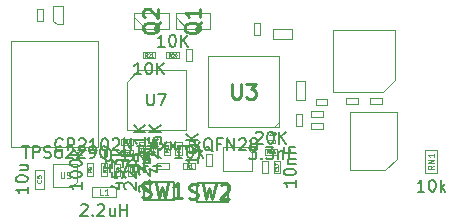
<source format=gbr>
G04 #@! TF.GenerationSoftware,KiCad,Pcbnew,8.0.6*
G04 #@! TF.CreationDate,2024-11-11T10:15:46+01:00*
G04 #@! TF.ProjectId,V1,56312e6b-6963-4616-945f-706362585858,r0.1*
G04 #@! TF.SameCoordinates,Original*
G04 #@! TF.FileFunction,AssemblyDrawing,Top*
%FSLAX46Y46*%
G04 Gerber Fmt 4.6, Leading zero omitted, Abs format (unit mm)*
G04 Created by KiCad (PCBNEW 8.0.6) date 2024-11-11 10:15:46*
%MOMM*%
%LPD*%
G01*
G04 APERTURE LIST*
%ADD10C,0.254000*%
%ADD11C,0.150000*%
%ADD12C,0.040000*%
%ADD13C,0.080000*%
%ADD14C,0.075000*%
%ADD15C,0.060000*%
%ADD16C,0.200000*%
%ADD17C,0.100000*%
G04 APERTURE END LIST*
D10*
X109806666Y-108213842D02*
X109988095Y-108274318D01*
X109988095Y-108274318D02*
X110290476Y-108274318D01*
X110290476Y-108274318D02*
X110411428Y-108213842D01*
X110411428Y-108213842D02*
X110471904Y-108153365D01*
X110471904Y-108153365D02*
X110532381Y-108032413D01*
X110532381Y-108032413D02*
X110532381Y-107911461D01*
X110532381Y-107911461D02*
X110471904Y-107790508D01*
X110471904Y-107790508D02*
X110411428Y-107730032D01*
X110411428Y-107730032D02*
X110290476Y-107669556D01*
X110290476Y-107669556D02*
X110048571Y-107609080D01*
X110048571Y-107609080D02*
X109927619Y-107548603D01*
X109927619Y-107548603D02*
X109867142Y-107488127D01*
X109867142Y-107488127D02*
X109806666Y-107367175D01*
X109806666Y-107367175D02*
X109806666Y-107246222D01*
X109806666Y-107246222D02*
X109867142Y-107125270D01*
X109867142Y-107125270D02*
X109927619Y-107064794D01*
X109927619Y-107064794D02*
X110048571Y-107004318D01*
X110048571Y-107004318D02*
X110350952Y-107004318D01*
X110350952Y-107004318D02*
X110532381Y-107064794D01*
X110955714Y-107004318D02*
X111258095Y-108274318D01*
X111258095Y-108274318D02*
X111500000Y-107367175D01*
X111500000Y-107367175D02*
X111741905Y-108274318D01*
X111741905Y-108274318D02*
X112044286Y-107004318D01*
X113193334Y-108274318D02*
X112467619Y-108274318D01*
X112830476Y-108274318D02*
X112830476Y-107004318D01*
X112830476Y-107004318D02*
X112709524Y-107185746D01*
X112709524Y-107185746D02*
X112588572Y-107306699D01*
X112588572Y-107306699D02*
X112467619Y-107367175D01*
D11*
X103071428Y-104159580D02*
X103023809Y-104207200D01*
X103023809Y-104207200D02*
X102880952Y-104254819D01*
X102880952Y-104254819D02*
X102785714Y-104254819D01*
X102785714Y-104254819D02*
X102642857Y-104207200D01*
X102642857Y-104207200D02*
X102547619Y-104111961D01*
X102547619Y-104111961D02*
X102500000Y-104016723D01*
X102500000Y-104016723D02*
X102452381Y-103826247D01*
X102452381Y-103826247D02*
X102452381Y-103683390D01*
X102452381Y-103683390D02*
X102500000Y-103492914D01*
X102500000Y-103492914D02*
X102547619Y-103397676D01*
X102547619Y-103397676D02*
X102642857Y-103302438D01*
X102642857Y-103302438D02*
X102785714Y-103254819D01*
X102785714Y-103254819D02*
X102880952Y-103254819D01*
X102880952Y-103254819D02*
X103023809Y-103302438D01*
X103023809Y-103302438D02*
X103071428Y-103350057D01*
X103500000Y-104254819D02*
X103500000Y-103254819D01*
X103500000Y-103254819D02*
X103880952Y-103254819D01*
X103880952Y-103254819D02*
X103976190Y-103302438D01*
X103976190Y-103302438D02*
X104023809Y-103350057D01*
X104023809Y-103350057D02*
X104071428Y-103445295D01*
X104071428Y-103445295D02*
X104071428Y-103588152D01*
X104071428Y-103588152D02*
X104023809Y-103683390D01*
X104023809Y-103683390D02*
X103976190Y-103731009D01*
X103976190Y-103731009D02*
X103880952Y-103778628D01*
X103880952Y-103778628D02*
X103500000Y-103778628D01*
X104452381Y-103350057D02*
X104500000Y-103302438D01*
X104500000Y-103302438D02*
X104595238Y-103254819D01*
X104595238Y-103254819D02*
X104833333Y-103254819D01*
X104833333Y-103254819D02*
X104928571Y-103302438D01*
X104928571Y-103302438D02*
X104976190Y-103350057D01*
X104976190Y-103350057D02*
X105023809Y-103445295D01*
X105023809Y-103445295D02*
X105023809Y-103540533D01*
X105023809Y-103540533D02*
X104976190Y-103683390D01*
X104976190Y-103683390D02*
X104404762Y-104254819D01*
X104404762Y-104254819D02*
X105023809Y-104254819D01*
X105976190Y-104254819D02*
X105404762Y-104254819D01*
X105690476Y-104254819D02*
X105690476Y-103254819D01*
X105690476Y-103254819D02*
X105595238Y-103397676D01*
X105595238Y-103397676D02*
X105500000Y-103492914D01*
X105500000Y-103492914D02*
X105404762Y-103540533D01*
X106595238Y-103254819D02*
X106690476Y-103254819D01*
X106690476Y-103254819D02*
X106785714Y-103302438D01*
X106785714Y-103302438D02*
X106833333Y-103350057D01*
X106833333Y-103350057D02*
X106880952Y-103445295D01*
X106880952Y-103445295D02*
X106928571Y-103635771D01*
X106928571Y-103635771D02*
X106928571Y-103873866D01*
X106928571Y-103873866D02*
X106880952Y-104064342D01*
X106880952Y-104064342D02*
X106833333Y-104159580D01*
X106833333Y-104159580D02*
X106785714Y-104207200D01*
X106785714Y-104207200D02*
X106690476Y-104254819D01*
X106690476Y-104254819D02*
X106595238Y-104254819D01*
X106595238Y-104254819D02*
X106500000Y-104207200D01*
X106500000Y-104207200D02*
X106452381Y-104159580D01*
X106452381Y-104159580D02*
X106404762Y-104064342D01*
X106404762Y-104064342D02*
X106357143Y-103873866D01*
X106357143Y-103873866D02*
X106357143Y-103635771D01*
X106357143Y-103635771D02*
X106404762Y-103445295D01*
X106404762Y-103445295D02*
X106452381Y-103350057D01*
X106452381Y-103350057D02*
X106500000Y-103302438D01*
X106500000Y-103302438D02*
X106595238Y-103254819D01*
X107309524Y-103350057D02*
X107357143Y-103302438D01*
X107357143Y-103302438D02*
X107452381Y-103254819D01*
X107452381Y-103254819D02*
X107690476Y-103254819D01*
X107690476Y-103254819D02*
X107785714Y-103302438D01*
X107785714Y-103302438D02*
X107833333Y-103350057D01*
X107833333Y-103350057D02*
X107880952Y-103445295D01*
X107880952Y-103445295D02*
X107880952Y-103540533D01*
X107880952Y-103540533D02*
X107833333Y-103683390D01*
X107833333Y-103683390D02*
X107261905Y-104254819D01*
X107261905Y-104254819D02*
X107880952Y-104254819D01*
X108309524Y-104254819D02*
X108309524Y-103254819D01*
X108309524Y-103254819D02*
X108880952Y-104254819D01*
X108880952Y-104254819D02*
X108880952Y-103254819D01*
X109357143Y-103873866D02*
X110119048Y-103873866D01*
X110547619Y-103969104D02*
X111023809Y-103969104D01*
X110452381Y-104254819D02*
X110785714Y-103254819D01*
X110785714Y-103254819D02*
X111119047Y-104254819D01*
X111357143Y-104254819D02*
X111880952Y-103588152D01*
X111357143Y-103588152D02*
X111880952Y-104254819D01*
X112166667Y-104254819D02*
X112690476Y-103588152D01*
X112166667Y-103588152D02*
X112690476Y-104254819D01*
X113071429Y-103873866D02*
X113833334Y-103873866D01*
X114214286Y-104254819D02*
X114738095Y-103588152D01*
X114214286Y-103588152D02*
X114738095Y-104254819D01*
X115785714Y-104350057D02*
X115690476Y-104302438D01*
X115690476Y-104302438D02*
X115595238Y-104207200D01*
X115595238Y-104207200D02*
X115452381Y-104064342D01*
X115452381Y-104064342D02*
X115357143Y-104016723D01*
X115357143Y-104016723D02*
X115261905Y-104016723D01*
X115309524Y-104254819D02*
X115214286Y-104207200D01*
X115214286Y-104207200D02*
X115119048Y-104111961D01*
X115119048Y-104111961D02*
X115071429Y-103921485D01*
X115071429Y-103921485D02*
X115071429Y-103588152D01*
X115071429Y-103588152D02*
X115119048Y-103397676D01*
X115119048Y-103397676D02*
X115214286Y-103302438D01*
X115214286Y-103302438D02*
X115309524Y-103254819D01*
X115309524Y-103254819D02*
X115500000Y-103254819D01*
X115500000Y-103254819D02*
X115595238Y-103302438D01*
X115595238Y-103302438D02*
X115690476Y-103397676D01*
X115690476Y-103397676D02*
X115738095Y-103588152D01*
X115738095Y-103588152D02*
X115738095Y-103921485D01*
X115738095Y-103921485D02*
X115690476Y-104111961D01*
X115690476Y-104111961D02*
X115595238Y-104207200D01*
X115595238Y-104207200D02*
X115500000Y-104254819D01*
X115500000Y-104254819D02*
X115309524Y-104254819D01*
X116500000Y-103731009D02*
X116166667Y-103731009D01*
X116166667Y-104254819D02*
X116166667Y-103254819D01*
X116166667Y-103254819D02*
X116642857Y-103254819D01*
X117023810Y-104254819D02*
X117023810Y-103254819D01*
X117023810Y-103254819D02*
X117595238Y-104254819D01*
X117595238Y-104254819D02*
X117595238Y-103254819D01*
X118023810Y-103350057D02*
X118071429Y-103302438D01*
X118071429Y-103302438D02*
X118166667Y-103254819D01*
X118166667Y-103254819D02*
X118404762Y-103254819D01*
X118404762Y-103254819D02*
X118500000Y-103302438D01*
X118500000Y-103302438D02*
X118547619Y-103350057D01*
X118547619Y-103350057D02*
X118595238Y-103445295D01*
X118595238Y-103445295D02*
X118595238Y-103540533D01*
X118595238Y-103540533D02*
X118547619Y-103683390D01*
X118547619Y-103683390D02*
X117976191Y-104254819D01*
X117976191Y-104254819D02*
X118595238Y-104254819D01*
X119166667Y-103683390D02*
X119071429Y-103635771D01*
X119071429Y-103635771D02*
X119023810Y-103588152D01*
X119023810Y-103588152D02*
X118976191Y-103492914D01*
X118976191Y-103492914D02*
X118976191Y-103445295D01*
X118976191Y-103445295D02*
X119023810Y-103350057D01*
X119023810Y-103350057D02*
X119071429Y-103302438D01*
X119071429Y-103302438D02*
X119166667Y-103254819D01*
X119166667Y-103254819D02*
X119357143Y-103254819D01*
X119357143Y-103254819D02*
X119452381Y-103302438D01*
X119452381Y-103302438D02*
X119500000Y-103350057D01*
X119500000Y-103350057D02*
X119547619Y-103445295D01*
X119547619Y-103445295D02*
X119547619Y-103492914D01*
X119547619Y-103492914D02*
X119500000Y-103588152D01*
X119500000Y-103588152D02*
X119452381Y-103635771D01*
X119452381Y-103635771D02*
X119357143Y-103683390D01*
X119357143Y-103683390D02*
X119166667Y-103683390D01*
X119166667Y-103683390D02*
X119071429Y-103731009D01*
X119071429Y-103731009D02*
X119023810Y-103778628D01*
X119023810Y-103778628D02*
X118976191Y-103873866D01*
X118976191Y-103873866D02*
X118976191Y-104064342D01*
X118976191Y-104064342D02*
X119023810Y-104159580D01*
X119023810Y-104159580D02*
X119071429Y-104207200D01*
X119071429Y-104207200D02*
X119166667Y-104254819D01*
X119166667Y-104254819D02*
X119357143Y-104254819D01*
X119357143Y-104254819D02*
X119452381Y-104207200D01*
X119452381Y-104207200D02*
X119500000Y-104159580D01*
X119500000Y-104159580D02*
X119547619Y-104064342D01*
X119547619Y-104064342D02*
X119547619Y-103873866D01*
X119547619Y-103873866D02*
X119500000Y-103778628D01*
X119500000Y-103778628D02*
X119452381Y-103731009D01*
X119452381Y-103731009D02*
X119357143Y-103683390D01*
X110238095Y-99454819D02*
X110238095Y-100264342D01*
X110238095Y-100264342D02*
X110285714Y-100359580D01*
X110285714Y-100359580D02*
X110333333Y-100407200D01*
X110333333Y-100407200D02*
X110428571Y-100454819D01*
X110428571Y-100454819D02*
X110619047Y-100454819D01*
X110619047Y-100454819D02*
X110714285Y-100407200D01*
X110714285Y-100407200D02*
X110761904Y-100359580D01*
X110761904Y-100359580D02*
X110809523Y-100264342D01*
X110809523Y-100264342D02*
X110809523Y-99454819D01*
X111190476Y-99454819D02*
X111857142Y-99454819D01*
X111857142Y-99454819D02*
X111428571Y-100454819D01*
X113204761Y-104884819D02*
X112633333Y-104884819D01*
X112919047Y-104884819D02*
X112919047Y-103884819D01*
X112919047Y-103884819D02*
X112823809Y-104027676D01*
X112823809Y-104027676D02*
X112728571Y-104122914D01*
X112728571Y-104122914D02*
X112633333Y-104170533D01*
X113823809Y-103884819D02*
X113919047Y-103884819D01*
X113919047Y-103884819D02*
X114014285Y-103932438D01*
X114014285Y-103932438D02*
X114061904Y-103980057D01*
X114061904Y-103980057D02*
X114109523Y-104075295D01*
X114109523Y-104075295D02*
X114157142Y-104265771D01*
X114157142Y-104265771D02*
X114157142Y-104503866D01*
X114157142Y-104503866D02*
X114109523Y-104694342D01*
X114109523Y-104694342D02*
X114061904Y-104789580D01*
X114061904Y-104789580D02*
X114014285Y-104837200D01*
X114014285Y-104837200D02*
X113919047Y-104884819D01*
X113919047Y-104884819D02*
X113823809Y-104884819D01*
X113823809Y-104884819D02*
X113728571Y-104837200D01*
X113728571Y-104837200D02*
X113680952Y-104789580D01*
X113680952Y-104789580D02*
X113633333Y-104694342D01*
X113633333Y-104694342D02*
X113585714Y-104503866D01*
X113585714Y-104503866D02*
X113585714Y-104265771D01*
X113585714Y-104265771D02*
X113633333Y-104075295D01*
X113633333Y-104075295D02*
X113680952Y-103980057D01*
X113680952Y-103980057D02*
X113728571Y-103932438D01*
X113728571Y-103932438D02*
X113823809Y-103884819D01*
X114585714Y-104884819D02*
X114585714Y-103884819D01*
X114680952Y-104503866D02*
X114966666Y-104884819D01*
X114966666Y-104218152D02*
X114585714Y-104599104D01*
D12*
X113756667Y-105718200D02*
X113670000Y-105594391D01*
X113608095Y-105718200D02*
X113608095Y-105458200D01*
X113608095Y-105458200D02*
X113707143Y-105458200D01*
X113707143Y-105458200D02*
X113731905Y-105470581D01*
X113731905Y-105470581D02*
X113744286Y-105482962D01*
X113744286Y-105482962D02*
X113756667Y-105507724D01*
X113756667Y-105507724D02*
X113756667Y-105544867D01*
X113756667Y-105544867D02*
X113744286Y-105569629D01*
X113744286Y-105569629D02*
X113731905Y-105582010D01*
X113731905Y-105582010D02*
X113707143Y-105594391D01*
X113707143Y-105594391D02*
X113608095Y-105594391D01*
X114004286Y-105718200D02*
X113855714Y-105718200D01*
X113930000Y-105718200D02*
X113930000Y-105458200D01*
X113930000Y-105458200D02*
X113905238Y-105495343D01*
X113905238Y-105495343D02*
X113880476Y-105520105D01*
X113880476Y-105520105D02*
X113855714Y-105532486D01*
D11*
X99657143Y-103904819D02*
X100228571Y-103904819D01*
X99942857Y-104904819D02*
X99942857Y-103904819D01*
X100561905Y-104904819D02*
X100561905Y-103904819D01*
X100561905Y-103904819D02*
X100942857Y-103904819D01*
X100942857Y-103904819D02*
X101038095Y-103952438D01*
X101038095Y-103952438D02*
X101085714Y-104000057D01*
X101085714Y-104000057D02*
X101133333Y-104095295D01*
X101133333Y-104095295D02*
X101133333Y-104238152D01*
X101133333Y-104238152D02*
X101085714Y-104333390D01*
X101085714Y-104333390D02*
X101038095Y-104381009D01*
X101038095Y-104381009D02*
X100942857Y-104428628D01*
X100942857Y-104428628D02*
X100561905Y-104428628D01*
X101514286Y-104857200D02*
X101657143Y-104904819D01*
X101657143Y-104904819D02*
X101895238Y-104904819D01*
X101895238Y-104904819D02*
X101990476Y-104857200D01*
X101990476Y-104857200D02*
X102038095Y-104809580D01*
X102038095Y-104809580D02*
X102085714Y-104714342D01*
X102085714Y-104714342D02*
X102085714Y-104619104D01*
X102085714Y-104619104D02*
X102038095Y-104523866D01*
X102038095Y-104523866D02*
X101990476Y-104476247D01*
X101990476Y-104476247D02*
X101895238Y-104428628D01*
X101895238Y-104428628D02*
X101704762Y-104381009D01*
X101704762Y-104381009D02*
X101609524Y-104333390D01*
X101609524Y-104333390D02*
X101561905Y-104285771D01*
X101561905Y-104285771D02*
X101514286Y-104190533D01*
X101514286Y-104190533D02*
X101514286Y-104095295D01*
X101514286Y-104095295D02*
X101561905Y-104000057D01*
X101561905Y-104000057D02*
X101609524Y-103952438D01*
X101609524Y-103952438D02*
X101704762Y-103904819D01*
X101704762Y-103904819D02*
X101942857Y-103904819D01*
X101942857Y-103904819D02*
X102085714Y-103952438D01*
X102942857Y-103904819D02*
X102752381Y-103904819D01*
X102752381Y-103904819D02*
X102657143Y-103952438D01*
X102657143Y-103952438D02*
X102609524Y-104000057D01*
X102609524Y-104000057D02*
X102514286Y-104142914D01*
X102514286Y-104142914D02*
X102466667Y-104333390D01*
X102466667Y-104333390D02*
X102466667Y-104714342D01*
X102466667Y-104714342D02*
X102514286Y-104809580D01*
X102514286Y-104809580D02*
X102561905Y-104857200D01*
X102561905Y-104857200D02*
X102657143Y-104904819D01*
X102657143Y-104904819D02*
X102847619Y-104904819D01*
X102847619Y-104904819D02*
X102942857Y-104857200D01*
X102942857Y-104857200D02*
X102990476Y-104809580D01*
X102990476Y-104809580D02*
X103038095Y-104714342D01*
X103038095Y-104714342D02*
X103038095Y-104476247D01*
X103038095Y-104476247D02*
X102990476Y-104381009D01*
X102990476Y-104381009D02*
X102942857Y-104333390D01*
X102942857Y-104333390D02*
X102847619Y-104285771D01*
X102847619Y-104285771D02*
X102657143Y-104285771D01*
X102657143Y-104285771D02*
X102561905Y-104333390D01*
X102561905Y-104333390D02*
X102514286Y-104381009D01*
X102514286Y-104381009D02*
X102466667Y-104476247D01*
X103419048Y-104000057D02*
X103466667Y-103952438D01*
X103466667Y-103952438D02*
X103561905Y-103904819D01*
X103561905Y-103904819D02*
X103800000Y-103904819D01*
X103800000Y-103904819D02*
X103895238Y-103952438D01*
X103895238Y-103952438D02*
X103942857Y-104000057D01*
X103942857Y-104000057D02*
X103990476Y-104095295D01*
X103990476Y-104095295D02*
X103990476Y-104190533D01*
X103990476Y-104190533D02*
X103942857Y-104333390D01*
X103942857Y-104333390D02*
X103371429Y-104904819D01*
X103371429Y-104904819D02*
X103990476Y-104904819D01*
X104371429Y-104000057D02*
X104419048Y-103952438D01*
X104419048Y-103952438D02*
X104514286Y-103904819D01*
X104514286Y-103904819D02*
X104752381Y-103904819D01*
X104752381Y-103904819D02*
X104847619Y-103952438D01*
X104847619Y-103952438D02*
X104895238Y-104000057D01*
X104895238Y-104000057D02*
X104942857Y-104095295D01*
X104942857Y-104095295D02*
X104942857Y-104190533D01*
X104942857Y-104190533D02*
X104895238Y-104333390D01*
X104895238Y-104333390D02*
X104323810Y-104904819D01*
X104323810Y-104904819D02*
X104942857Y-104904819D01*
X105419048Y-104904819D02*
X105609524Y-104904819D01*
X105609524Y-104904819D02*
X105704762Y-104857200D01*
X105704762Y-104857200D02*
X105752381Y-104809580D01*
X105752381Y-104809580D02*
X105847619Y-104666723D01*
X105847619Y-104666723D02*
X105895238Y-104476247D01*
X105895238Y-104476247D02*
X105895238Y-104095295D01*
X105895238Y-104095295D02*
X105847619Y-104000057D01*
X105847619Y-104000057D02*
X105800000Y-103952438D01*
X105800000Y-103952438D02*
X105704762Y-103904819D01*
X105704762Y-103904819D02*
X105514286Y-103904819D01*
X105514286Y-103904819D02*
X105419048Y-103952438D01*
X105419048Y-103952438D02*
X105371429Y-104000057D01*
X105371429Y-104000057D02*
X105323810Y-104095295D01*
X105323810Y-104095295D02*
X105323810Y-104333390D01*
X105323810Y-104333390D02*
X105371429Y-104428628D01*
X105371429Y-104428628D02*
X105419048Y-104476247D01*
X105419048Y-104476247D02*
X105514286Y-104523866D01*
X105514286Y-104523866D02*
X105704762Y-104523866D01*
X105704762Y-104523866D02*
X105800000Y-104476247D01*
X105800000Y-104476247D02*
X105847619Y-104428628D01*
X105847619Y-104428628D02*
X105895238Y-104333390D01*
X106514286Y-103904819D02*
X106609524Y-103904819D01*
X106609524Y-103904819D02*
X106704762Y-103952438D01*
X106704762Y-103952438D02*
X106752381Y-104000057D01*
X106752381Y-104000057D02*
X106800000Y-104095295D01*
X106800000Y-104095295D02*
X106847619Y-104285771D01*
X106847619Y-104285771D02*
X106847619Y-104523866D01*
X106847619Y-104523866D02*
X106800000Y-104714342D01*
X106800000Y-104714342D02*
X106752381Y-104809580D01*
X106752381Y-104809580D02*
X106704762Y-104857200D01*
X106704762Y-104857200D02*
X106609524Y-104904819D01*
X106609524Y-104904819D02*
X106514286Y-104904819D01*
X106514286Y-104904819D02*
X106419048Y-104857200D01*
X106419048Y-104857200D02*
X106371429Y-104809580D01*
X106371429Y-104809580D02*
X106323810Y-104714342D01*
X106323810Y-104714342D02*
X106276191Y-104523866D01*
X106276191Y-104523866D02*
X106276191Y-104285771D01*
X106276191Y-104285771D02*
X106323810Y-104095295D01*
X106323810Y-104095295D02*
X106371429Y-104000057D01*
X106371429Y-104000057D02*
X106419048Y-103952438D01*
X106419048Y-103952438D02*
X106514286Y-103904819D01*
D13*
X102919047Y-106127149D02*
X102919047Y-106531911D01*
X102919047Y-106531911D02*
X102942857Y-106579530D01*
X102942857Y-106579530D02*
X102966666Y-106603340D01*
X102966666Y-106603340D02*
X103014285Y-106627149D01*
X103014285Y-106627149D02*
X103109523Y-106627149D01*
X103109523Y-106627149D02*
X103157142Y-106603340D01*
X103157142Y-106603340D02*
X103180952Y-106579530D01*
X103180952Y-106579530D02*
X103204761Y-106531911D01*
X103204761Y-106531911D02*
X103204761Y-106127149D01*
X103680952Y-106127149D02*
X103442857Y-106127149D01*
X103442857Y-106127149D02*
X103419048Y-106365244D01*
X103419048Y-106365244D02*
X103442857Y-106341435D01*
X103442857Y-106341435D02*
X103490476Y-106317625D01*
X103490476Y-106317625D02*
X103609524Y-106317625D01*
X103609524Y-106317625D02*
X103657143Y-106341435D01*
X103657143Y-106341435D02*
X103680952Y-106365244D01*
X103680952Y-106365244D02*
X103704762Y-106412863D01*
X103704762Y-106412863D02*
X103704762Y-106531911D01*
X103704762Y-106531911D02*
X103680952Y-106579530D01*
X103680952Y-106579530D02*
X103657143Y-106603340D01*
X103657143Y-106603340D02*
X103609524Y-106627149D01*
X103609524Y-106627149D02*
X103490476Y-106627149D01*
X103490476Y-106627149D02*
X103442857Y-106603340D01*
X103442857Y-106603340D02*
X103419048Y-106579530D01*
D11*
X109180057Y-106076189D02*
X109132438Y-106028570D01*
X109132438Y-106028570D02*
X109084819Y-105933332D01*
X109084819Y-105933332D02*
X109084819Y-105695237D01*
X109084819Y-105695237D02*
X109132438Y-105599999D01*
X109132438Y-105599999D02*
X109180057Y-105552380D01*
X109180057Y-105552380D02*
X109275295Y-105504761D01*
X109275295Y-105504761D02*
X109370533Y-105504761D01*
X109370533Y-105504761D02*
X109513390Y-105552380D01*
X109513390Y-105552380D02*
X110084819Y-106123808D01*
X110084819Y-106123808D02*
X110084819Y-105504761D01*
X109180057Y-105123808D02*
X109132438Y-105076189D01*
X109132438Y-105076189D02*
X109084819Y-104980951D01*
X109084819Y-104980951D02*
X109084819Y-104742856D01*
X109084819Y-104742856D02*
X109132438Y-104647618D01*
X109132438Y-104647618D02*
X109180057Y-104599999D01*
X109180057Y-104599999D02*
X109275295Y-104552380D01*
X109275295Y-104552380D02*
X109370533Y-104552380D01*
X109370533Y-104552380D02*
X109513390Y-104599999D01*
X109513390Y-104599999D02*
X110084819Y-105171427D01*
X110084819Y-105171427D02*
X110084819Y-104552380D01*
X109989580Y-104123808D02*
X110037200Y-104076189D01*
X110037200Y-104076189D02*
X110084819Y-104123808D01*
X110084819Y-104123808D02*
X110037200Y-104171427D01*
X110037200Y-104171427D02*
X109989580Y-104123808D01*
X109989580Y-104123808D02*
X110084819Y-104123808D01*
X110084819Y-103123809D02*
X110084819Y-103695237D01*
X110084819Y-103409523D02*
X109084819Y-103409523D01*
X109084819Y-103409523D02*
X109227676Y-103504761D01*
X109227676Y-103504761D02*
X109322914Y-103599999D01*
X109322914Y-103599999D02*
X109370533Y-103695237D01*
X110084819Y-102695237D02*
X109084819Y-102695237D01*
X110084819Y-102123809D02*
X109513390Y-102552380D01*
X109084819Y-102123809D02*
X109656247Y-102695237D01*
D12*
X110918200Y-104267142D02*
X110794391Y-104353809D01*
X110918200Y-104415714D02*
X110658200Y-104415714D01*
X110658200Y-104415714D02*
X110658200Y-104316666D01*
X110658200Y-104316666D02*
X110670581Y-104291904D01*
X110670581Y-104291904D02*
X110682962Y-104279523D01*
X110682962Y-104279523D02*
X110707724Y-104267142D01*
X110707724Y-104267142D02*
X110744867Y-104267142D01*
X110744867Y-104267142D02*
X110769629Y-104279523D01*
X110769629Y-104279523D02*
X110782010Y-104291904D01*
X110782010Y-104291904D02*
X110794391Y-104316666D01*
X110794391Y-104316666D02*
X110794391Y-104415714D01*
X110918200Y-104019523D02*
X110918200Y-104168095D01*
X110918200Y-104093809D02*
X110658200Y-104093809D01*
X110658200Y-104093809D02*
X110695343Y-104118571D01*
X110695343Y-104118571D02*
X110720105Y-104143333D01*
X110720105Y-104143333D02*
X110732486Y-104168095D01*
X110658200Y-103796666D02*
X110658200Y-103846190D01*
X110658200Y-103846190D02*
X110670581Y-103870952D01*
X110670581Y-103870952D02*
X110682962Y-103883333D01*
X110682962Y-103883333D02*
X110720105Y-103908095D01*
X110720105Y-103908095D02*
X110769629Y-103920476D01*
X110769629Y-103920476D02*
X110868677Y-103920476D01*
X110868677Y-103920476D02*
X110893439Y-103908095D01*
X110893439Y-103908095D02*
X110905820Y-103895714D01*
X110905820Y-103895714D02*
X110918200Y-103870952D01*
X110918200Y-103870952D02*
X110918200Y-103821428D01*
X110918200Y-103821428D02*
X110905820Y-103796666D01*
X110905820Y-103796666D02*
X110893439Y-103784285D01*
X110893439Y-103784285D02*
X110868677Y-103771904D01*
X110868677Y-103771904D02*
X110806772Y-103771904D01*
X110806772Y-103771904D02*
X110782010Y-103784285D01*
X110782010Y-103784285D02*
X110769629Y-103796666D01*
X110769629Y-103796666D02*
X110757248Y-103821428D01*
X110757248Y-103821428D02*
X110757248Y-103870952D01*
X110757248Y-103870952D02*
X110769629Y-103895714D01*
X110769629Y-103895714D02*
X110782010Y-103908095D01*
X110782010Y-103908095D02*
X110806772Y-103920476D01*
D11*
X109709523Y-97824819D02*
X109138095Y-97824819D01*
X109423809Y-97824819D02*
X109423809Y-96824819D01*
X109423809Y-96824819D02*
X109328571Y-96967676D01*
X109328571Y-96967676D02*
X109233333Y-97062914D01*
X109233333Y-97062914D02*
X109138095Y-97110533D01*
X110328571Y-96824819D02*
X110423809Y-96824819D01*
X110423809Y-96824819D02*
X110519047Y-96872438D01*
X110519047Y-96872438D02*
X110566666Y-96920057D01*
X110566666Y-96920057D02*
X110614285Y-97015295D01*
X110614285Y-97015295D02*
X110661904Y-97205771D01*
X110661904Y-97205771D02*
X110661904Y-97443866D01*
X110661904Y-97443866D02*
X110614285Y-97634342D01*
X110614285Y-97634342D02*
X110566666Y-97729580D01*
X110566666Y-97729580D02*
X110519047Y-97777200D01*
X110519047Y-97777200D02*
X110423809Y-97824819D01*
X110423809Y-97824819D02*
X110328571Y-97824819D01*
X110328571Y-97824819D02*
X110233333Y-97777200D01*
X110233333Y-97777200D02*
X110185714Y-97729580D01*
X110185714Y-97729580D02*
X110138095Y-97634342D01*
X110138095Y-97634342D02*
X110090476Y-97443866D01*
X110090476Y-97443866D02*
X110090476Y-97205771D01*
X110090476Y-97205771D02*
X110138095Y-97015295D01*
X110138095Y-97015295D02*
X110185714Y-96920057D01*
X110185714Y-96920057D02*
X110233333Y-96872438D01*
X110233333Y-96872438D02*
X110328571Y-96824819D01*
X111090476Y-97824819D02*
X111090476Y-96824819D01*
X111661904Y-97824819D02*
X111233333Y-97253390D01*
X111661904Y-96824819D02*
X111090476Y-97396247D01*
D12*
X110232857Y-96318200D02*
X110146190Y-96194391D01*
X110084285Y-96318200D02*
X110084285Y-96058200D01*
X110084285Y-96058200D02*
X110183333Y-96058200D01*
X110183333Y-96058200D02*
X110208095Y-96070581D01*
X110208095Y-96070581D02*
X110220476Y-96082962D01*
X110220476Y-96082962D02*
X110232857Y-96107724D01*
X110232857Y-96107724D02*
X110232857Y-96144867D01*
X110232857Y-96144867D02*
X110220476Y-96169629D01*
X110220476Y-96169629D02*
X110208095Y-96182010D01*
X110208095Y-96182010D02*
X110183333Y-96194391D01*
X110183333Y-96194391D02*
X110084285Y-96194391D01*
X110331904Y-96082962D02*
X110344285Y-96070581D01*
X110344285Y-96070581D02*
X110369047Y-96058200D01*
X110369047Y-96058200D02*
X110430952Y-96058200D01*
X110430952Y-96058200D02*
X110455714Y-96070581D01*
X110455714Y-96070581D02*
X110468095Y-96082962D01*
X110468095Y-96082962D02*
X110480476Y-96107724D01*
X110480476Y-96107724D02*
X110480476Y-96132486D01*
X110480476Y-96132486D02*
X110468095Y-96169629D01*
X110468095Y-96169629D02*
X110319523Y-96318200D01*
X110319523Y-96318200D02*
X110480476Y-96318200D01*
X110728095Y-96318200D02*
X110579523Y-96318200D01*
X110653809Y-96318200D02*
X110653809Y-96058200D01*
X110653809Y-96058200D02*
X110629047Y-96095343D01*
X110629047Y-96095343D02*
X110604285Y-96120105D01*
X110604285Y-96120105D02*
X110579523Y-96132486D01*
D11*
X133704761Y-107754819D02*
X133133333Y-107754819D01*
X133419047Y-107754819D02*
X133419047Y-106754819D01*
X133419047Y-106754819D02*
X133323809Y-106897676D01*
X133323809Y-106897676D02*
X133228571Y-106992914D01*
X133228571Y-106992914D02*
X133133333Y-107040533D01*
X134323809Y-106754819D02*
X134419047Y-106754819D01*
X134419047Y-106754819D02*
X134514285Y-106802438D01*
X134514285Y-106802438D02*
X134561904Y-106850057D01*
X134561904Y-106850057D02*
X134609523Y-106945295D01*
X134609523Y-106945295D02*
X134657142Y-107135771D01*
X134657142Y-107135771D02*
X134657142Y-107373866D01*
X134657142Y-107373866D02*
X134609523Y-107564342D01*
X134609523Y-107564342D02*
X134561904Y-107659580D01*
X134561904Y-107659580D02*
X134514285Y-107707200D01*
X134514285Y-107707200D02*
X134419047Y-107754819D01*
X134419047Y-107754819D02*
X134323809Y-107754819D01*
X134323809Y-107754819D02*
X134228571Y-107707200D01*
X134228571Y-107707200D02*
X134180952Y-107659580D01*
X134180952Y-107659580D02*
X134133333Y-107564342D01*
X134133333Y-107564342D02*
X134085714Y-107373866D01*
X134085714Y-107373866D02*
X134085714Y-107135771D01*
X134085714Y-107135771D02*
X134133333Y-106945295D01*
X134133333Y-106945295D02*
X134180952Y-106850057D01*
X134180952Y-106850057D02*
X134228571Y-106802438D01*
X134228571Y-106802438D02*
X134323809Y-106754819D01*
X135085714Y-107754819D02*
X135085714Y-106754819D01*
X135180952Y-107373866D02*
X135466666Y-107754819D01*
X135466666Y-107088152D02*
X135085714Y-107469104D01*
D14*
X134527409Y-105545238D02*
X134289314Y-105711904D01*
X134527409Y-105830952D02*
X134027409Y-105830952D01*
X134027409Y-105830952D02*
X134027409Y-105640476D01*
X134027409Y-105640476D02*
X134051219Y-105592857D01*
X134051219Y-105592857D02*
X134075028Y-105569047D01*
X134075028Y-105569047D02*
X134122647Y-105545238D01*
X134122647Y-105545238D02*
X134194076Y-105545238D01*
X134194076Y-105545238D02*
X134241695Y-105569047D01*
X134241695Y-105569047D02*
X134265504Y-105592857D01*
X134265504Y-105592857D02*
X134289314Y-105640476D01*
X134289314Y-105640476D02*
X134289314Y-105830952D01*
X134527409Y-105330952D02*
X134027409Y-105330952D01*
X134027409Y-105330952D02*
X134527409Y-105045238D01*
X134527409Y-105045238D02*
X134027409Y-105045238D01*
X134527409Y-104545237D02*
X134527409Y-104830951D01*
X134527409Y-104688094D02*
X134027409Y-104688094D01*
X134027409Y-104688094D02*
X134098838Y-104735713D01*
X134098838Y-104735713D02*
X134146457Y-104783332D01*
X134146457Y-104783332D02*
X134170266Y-104830951D01*
D10*
X114795270Y-93420952D02*
X114734794Y-93541904D01*
X114734794Y-93541904D02*
X114613842Y-93662857D01*
X114613842Y-93662857D02*
X114432413Y-93844285D01*
X114432413Y-93844285D02*
X114371937Y-93965238D01*
X114371937Y-93965238D02*
X114371937Y-94086190D01*
X114674318Y-94025714D02*
X114613842Y-94146666D01*
X114613842Y-94146666D02*
X114492889Y-94267619D01*
X114492889Y-94267619D02*
X114250984Y-94328095D01*
X114250984Y-94328095D02*
X113827651Y-94328095D01*
X113827651Y-94328095D02*
X113585746Y-94267619D01*
X113585746Y-94267619D02*
X113464794Y-94146666D01*
X113464794Y-94146666D02*
X113404318Y-94025714D01*
X113404318Y-94025714D02*
X113404318Y-93783809D01*
X113404318Y-93783809D02*
X113464794Y-93662857D01*
X113464794Y-93662857D02*
X113585746Y-93541904D01*
X113585746Y-93541904D02*
X113827651Y-93481428D01*
X113827651Y-93481428D02*
X114250984Y-93481428D01*
X114250984Y-93481428D02*
X114492889Y-93541904D01*
X114492889Y-93541904D02*
X114613842Y-93662857D01*
X114613842Y-93662857D02*
X114674318Y-93783809D01*
X114674318Y-93783809D02*
X114674318Y-94025714D01*
X114674318Y-92271904D02*
X114674318Y-92997619D01*
X114674318Y-92634762D02*
X113404318Y-92634762D01*
X113404318Y-92634762D02*
X113585746Y-92755714D01*
X113585746Y-92755714D02*
X113706699Y-92876666D01*
X113706699Y-92876666D02*
X113767175Y-92997619D01*
D11*
X107095238Y-105448152D02*
X107095238Y-106114819D01*
X106857143Y-105067200D02*
X106619048Y-105781485D01*
X106619048Y-105781485D02*
X107238095Y-105781485D01*
X107619048Y-106019580D02*
X107666667Y-106067200D01*
X107666667Y-106067200D02*
X107619048Y-106114819D01*
X107619048Y-106114819D02*
X107571429Y-106067200D01*
X107571429Y-106067200D02*
X107619048Y-106019580D01*
X107619048Y-106019580D02*
X107619048Y-106114819D01*
X108000000Y-105114819D02*
X108666666Y-105114819D01*
X108666666Y-105114819D02*
X108238095Y-106114819D01*
X109476190Y-105448152D02*
X109476190Y-106114819D01*
X109047619Y-105448152D02*
X109047619Y-105971961D01*
X109047619Y-105971961D02*
X109095238Y-106067200D01*
X109095238Y-106067200D02*
X109190476Y-106114819D01*
X109190476Y-106114819D02*
X109333333Y-106114819D01*
X109333333Y-106114819D02*
X109428571Y-106067200D01*
X109428571Y-106067200D02*
X109476190Y-106019580D01*
X110285714Y-105591009D02*
X109952381Y-105591009D01*
X109952381Y-106114819D02*
X109952381Y-105114819D01*
X109952381Y-105114819D02*
X110428571Y-105114819D01*
D12*
X108339285Y-104589765D02*
X108327381Y-104601670D01*
X108327381Y-104601670D02*
X108291666Y-104613574D01*
X108291666Y-104613574D02*
X108267857Y-104613574D01*
X108267857Y-104613574D02*
X108232143Y-104601670D01*
X108232143Y-104601670D02*
X108208333Y-104577860D01*
X108208333Y-104577860D02*
X108196428Y-104554050D01*
X108196428Y-104554050D02*
X108184524Y-104506431D01*
X108184524Y-104506431D02*
X108184524Y-104470717D01*
X108184524Y-104470717D02*
X108196428Y-104423098D01*
X108196428Y-104423098D02*
X108208333Y-104399289D01*
X108208333Y-104399289D02*
X108232143Y-104375479D01*
X108232143Y-104375479D02*
X108267857Y-104363574D01*
X108267857Y-104363574D02*
X108291666Y-104363574D01*
X108291666Y-104363574D02*
X108327381Y-104375479D01*
X108327381Y-104375479D02*
X108339285Y-104387384D01*
X108434524Y-104387384D02*
X108446428Y-104375479D01*
X108446428Y-104375479D02*
X108470238Y-104363574D01*
X108470238Y-104363574D02*
X108529762Y-104363574D01*
X108529762Y-104363574D02*
X108553571Y-104375479D01*
X108553571Y-104375479D02*
X108565476Y-104387384D01*
X108565476Y-104387384D02*
X108577381Y-104411193D01*
X108577381Y-104411193D02*
X108577381Y-104435003D01*
X108577381Y-104435003D02*
X108565476Y-104470717D01*
X108565476Y-104470717D02*
X108422619Y-104613574D01*
X108422619Y-104613574D02*
X108577381Y-104613574D01*
X108732142Y-104363574D02*
X108755952Y-104363574D01*
X108755952Y-104363574D02*
X108779761Y-104375479D01*
X108779761Y-104375479D02*
X108791666Y-104387384D01*
X108791666Y-104387384D02*
X108803571Y-104411193D01*
X108803571Y-104411193D02*
X108815476Y-104458812D01*
X108815476Y-104458812D02*
X108815476Y-104518336D01*
X108815476Y-104518336D02*
X108803571Y-104565955D01*
X108803571Y-104565955D02*
X108791666Y-104589765D01*
X108791666Y-104589765D02*
X108779761Y-104601670D01*
X108779761Y-104601670D02*
X108755952Y-104613574D01*
X108755952Y-104613574D02*
X108732142Y-104613574D01*
X108732142Y-104613574D02*
X108708333Y-104601670D01*
X108708333Y-104601670D02*
X108696428Y-104589765D01*
X108696428Y-104589765D02*
X108684523Y-104565955D01*
X108684523Y-104565955D02*
X108672619Y-104518336D01*
X108672619Y-104518336D02*
X108672619Y-104458812D01*
X108672619Y-104458812D02*
X108684523Y-104411193D01*
X108684523Y-104411193D02*
X108696428Y-104387384D01*
X108696428Y-104387384D02*
X108708333Y-104375479D01*
X108708333Y-104375479D02*
X108732142Y-104363574D01*
D10*
X113806666Y-108313842D02*
X113988095Y-108374318D01*
X113988095Y-108374318D02*
X114290476Y-108374318D01*
X114290476Y-108374318D02*
X114411428Y-108313842D01*
X114411428Y-108313842D02*
X114471904Y-108253365D01*
X114471904Y-108253365D02*
X114532381Y-108132413D01*
X114532381Y-108132413D02*
X114532381Y-108011461D01*
X114532381Y-108011461D02*
X114471904Y-107890508D01*
X114471904Y-107890508D02*
X114411428Y-107830032D01*
X114411428Y-107830032D02*
X114290476Y-107769556D01*
X114290476Y-107769556D02*
X114048571Y-107709080D01*
X114048571Y-107709080D02*
X113927619Y-107648603D01*
X113927619Y-107648603D02*
X113867142Y-107588127D01*
X113867142Y-107588127D02*
X113806666Y-107467175D01*
X113806666Y-107467175D02*
X113806666Y-107346222D01*
X113806666Y-107346222D02*
X113867142Y-107225270D01*
X113867142Y-107225270D02*
X113927619Y-107164794D01*
X113927619Y-107164794D02*
X114048571Y-107104318D01*
X114048571Y-107104318D02*
X114350952Y-107104318D01*
X114350952Y-107104318D02*
X114532381Y-107164794D01*
X114955714Y-107104318D02*
X115258095Y-108374318D01*
X115258095Y-108374318D02*
X115500000Y-107467175D01*
X115500000Y-107467175D02*
X115741905Y-108374318D01*
X115741905Y-108374318D02*
X116044286Y-107104318D01*
X116467619Y-107225270D02*
X116528095Y-107164794D01*
X116528095Y-107164794D02*
X116649048Y-107104318D01*
X116649048Y-107104318D02*
X116951429Y-107104318D01*
X116951429Y-107104318D02*
X117072381Y-107164794D01*
X117072381Y-107164794D02*
X117132857Y-107225270D01*
X117132857Y-107225270D02*
X117193334Y-107346222D01*
X117193334Y-107346222D02*
X117193334Y-107467175D01*
X117193334Y-107467175D02*
X117132857Y-107648603D01*
X117132857Y-107648603D02*
X116407143Y-108374318D01*
X116407143Y-108374318D02*
X117193334Y-108374318D01*
D11*
X104684819Y-106971428D02*
X104684819Y-107542856D01*
X104684819Y-107257142D02*
X103684819Y-107257142D01*
X103684819Y-107257142D02*
X103827676Y-107352380D01*
X103827676Y-107352380D02*
X103922914Y-107447618D01*
X103922914Y-107447618D02*
X103970533Y-107542856D01*
X103684819Y-106352380D02*
X103684819Y-106257142D01*
X103684819Y-106257142D02*
X103732438Y-106161904D01*
X103732438Y-106161904D02*
X103780057Y-106114285D01*
X103780057Y-106114285D02*
X103875295Y-106066666D01*
X103875295Y-106066666D02*
X104065771Y-106019047D01*
X104065771Y-106019047D02*
X104303866Y-106019047D01*
X104303866Y-106019047D02*
X104494342Y-106066666D01*
X104494342Y-106066666D02*
X104589580Y-106114285D01*
X104589580Y-106114285D02*
X104637200Y-106161904D01*
X104637200Y-106161904D02*
X104684819Y-106257142D01*
X104684819Y-106257142D02*
X104684819Y-106352380D01*
X104684819Y-106352380D02*
X104637200Y-106447618D01*
X104637200Y-106447618D02*
X104589580Y-106495237D01*
X104589580Y-106495237D02*
X104494342Y-106542856D01*
X104494342Y-106542856D02*
X104303866Y-106590475D01*
X104303866Y-106590475D02*
X104065771Y-106590475D01*
X104065771Y-106590475D02*
X103875295Y-106542856D01*
X103875295Y-106542856D02*
X103780057Y-106495237D01*
X103780057Y-106495237D02*
X103732438Y-106447618D01*
X103732438Y-106447618D02*
X103684819Y-106352380D01*
X103684819Y-105399999D02*
X103684819Y-105304761D01*
X103684819Y-105304761D02*
X103732438Y-105209523D01*
X103732438Y-105209523D02*
X103780057Y-105161904D01*
X103780057Y-105161904D02*
X103875295Y-105114285D01*
X103875295Y-105114285D02*
X104065771Y-105066666D01*
X104065771Y-105066666D02*
X104303866Y-105066666D01*
X104303866Y-105066666D02*
X104494342Y-105114285D01*
X104494342Y-105114285D02*
X104589580Y-105161904D01*
X104589580Y-105161904D02*
X104637200Y-105209523D01*
X104637200Y-105209523D02*
X104684819Y-105304761D01*
X104684819Y-105304761D02*
X104684819Y-105399999D01*
X104684819Y-105399999D02*
X104637200Y-105495237D01*
X104637200Y-105495237D02*
X104589580Y-105542856D01*
X104589580Y-105542856D02*
X104494342Y-105590475D01*
X104494342Y-105590475D02*
X104303866Y-105638094D01*
X104303866Y-105638094D02*
X104065771Y-105638094D01*
X104065771Y-105638094D02*
X103875295Y-105590475D01*
X103875295Y-105590475D02*
X103780057Y-105542856D01*
X103780057Y-105542856D02*
X103732438Y-105495237D01*
X103732438Y-105495237D02*
X103684819Y-105399999D01*
X104684819Y-104638094D02*
X103684819Y-104638094D01*
X104303866Y-104542856D02*
X104684819Y-104257142D01*
X104018152Y-104257142D02*
X104399104Y-104638094D01*
D12*
X105518200Y-105943332D02*
X105394391Y-106029999D01*
X105518200Y-106091904D02*
X105258200Y-106091904D01*
X105258200Y-106091904D02*
X105258200Y-105992856D01*
X105258200Y-105992856D02*
X105270581Y-105968094D01*
X105270581Y-105968094D02*
X105282962Y-105955713D01*
X105282962Y-105955713D02*
X105307724Y-105943332D01*
X105307724Y-105943332D02*
X105344867Y-105943332D01*
X105344867Y-105943332D02*
X105369629Y-105955713D01*
X105369629Y-105955713D02*
X105382010Y-105968094D01*
X105382010Y-105968094D02*
X105394391Y-105992856D01*
X105394391Y-105992856D02*
X105394391Y-106091904D01*
X105369629Y-105794761D02*
X105357248Y-105819523D01*
X105357248Y-105819523D02*
X105344867Y-105831904D01*
X105344867Y-105831904D02*
X105320105Y-105844285D01*
X105320105Y-105844285D02*
X105307724Y-105844285D01*
X105307724Y-105844285D02*
X105282962Y-105831904D01*
X105282962Y-105831904D02*
X105270581Y-105819523D01*
X105270581Y-105819523D02*
X105258200Y-105794761D01*
X105258200Y-105794761D02*
X105258200Y-105745237D01*
X105258200Y-105745237D02*
X105270581Y-105720475D01*
X105270581Y-105720475D02*
X105282962Y-105708094D01*
X105282962Y-105708094D02*
X105307724Y-105695713D01*
X105307724Y-105695713D02*
X105320105Y-105695713D01*
X105320105Y-105695713D02*
X105344867Y-105708094D01*
X105344867Y-105708094D02*
X105357248Y-105720475D01*
X105357248Y-105720475D02*
X105369629Y-105745237D01*
X105369629Y-105745237D02*
X105369629Y-105794761D01*
X105369629Y-105794761D02*
X105382010Y-105819523D01*
X105382010Y-105819523D02*
X105394391Y-105831904D01*
X105394391Y-105831904D02*
X105419153Y-105844285D01*
X105419153Y-105844285D02*
X105468677Y-105844285D01*
X105468677Y-105844285D02*
X105493439Y-105831904D01*
X105493439Y-105831904D02*
X105505820Y-105819523D01*
X105505820Y-105819523D02*
X105518200Y-105794761D01*
X105518200Y-105794761D02*
X105518200Y-105745237D01*
X105518200Y-105745237D02*
X105505820Y-105720475D01*
X105505820Y-105720475D02*
X105493439Y-105708094D01*
X105493439Y-105708094D02*
X105468677Y-105695713D01*
X105468677Y-105695713D02*
X105419153Y-105695713D01*
X105419153Y-105695713D02*
X105394391Y-105708094D01*
X105394391Y-105708094D02*
X105382010Y-105720475D01*
X105382010Y-105720475D02*
X105369629Y-105745237D01*
D11*
X114524819Y-104790476D02*
X114524819Y-105361904D01*
X114524819Y-105076190D02*
X113524819Y-105076190D01*
X113524819Y-105076190D02*
X113667676Y-105171428D01*
X113667676Y-105171428D02*
X113762914Y-105266666D01*
X113762914Y-105266666D02*
X113810533Y-105361904D01*
X113524819Y-104171428D02*
X113524819Y-104076190D01*
X113524819Y-104076190D02*
X113572438Y-103980952D01*
X113572438Y-103980952D02*
X113620057Y-103933333D01*
X113620057Y-103933333D02*
X113715295Y-103885714D01*
X113715295Y-103885714D02*
X113905771Y-103838095D01*
X113905771Y-103838095D02*
X114143866Y-103838095D01*
X114143866Y-103838095D02*
X114334342Y-103885714D01*
X114334342Y-103885714D02*
X114429580Y-103933333D01*
X114429580Y-103933333D02*
X114477200Y-103980952D01*
X114477200Y-103980952D02*
X114524819Y-104076190D01*
X114524819Y-104076190D02*
X114524819Y-104171428D01*
X114524819Y-104171428D02*
X114477200Y-104266666D01*
X114477200Y-104266666D02*
X114429580Y-104314285D01*
X114429580Y-104314285D02*
X114334342Y-104361904D01*
X114334342Y-104361904D02*
X114143866Y-104409523D01*
X114143866Y-104409523D02*
X113905771Y-104409523D01*
X113905771Y-104409523D02*
X113715295Y-104361904D01*
X113715295Y-104361904D02*
X113620057Y-104314285D01*
X113620057Y-104314285D02*
X113572438Y-104266666D01*
X113572438Y-104266666D02*
X113524819Y-104171428D01*
X114524819Y-103409523D02*
X113524819Y-103409523D01*
X114524819Y-102838095D02*
X113953390Y-103266666D01*
X113524819Y-102838095D02*
X114096247Y-103409523D01*
D12*
X113018200Y-104267142D02*
X112894391Y-104353809D01*
X113018200Y-104415714D02*
X112758200Y-104415714D01*
X112758200Y-104415714D02*
X112758200Y-104316666D01*
X112758200Y-104316666D02*
X112770581Y-104291904D01*
X112770581Y-104291904D02*
X112782962Y-104279523D01*
X112782962Y-104279523D02*
X112807724Y-104267142D01*
X112807724Y-104267142D02*
X112844867Y-104267142D01*
X112844867Y-104267142D02*
X112869629Y-104279523D01*
X112869629Y-104279523D02*
X112882010Y-104291904D01*
X112882010Y-104291904D02*
X112894391Y-104316666D01*
X112894391Y-104316666D02*
X112894391Y-104415714D01*
X112782962Y-104168095D02*
X112770581Y-104155714D01*
X112770581Y-104155714D02*
X112758200Y-104130952D01*
X112758200Y-104130952D02*
X112758200Y-104069047D01*
X112758200Y-104069047D02*
X112770581Y-104044285D01*
X112770581Y-104044285D02*
X112782962Y-104031904D01*
X112782962Y-104031904D02*
X112807724Y-104019523D01*
X112807724Y-104019523D02*
X112832486Y-104019523D01*
X112832486Y-104019523D02*
X112869629Y-104031904D01*
X112869629Y-104031904D02*
X113018200Y-104180476D01*
X113018200Y-104180476D02*
X113018200Y-104019523D01*
X112782962Y-103920476D02*
X112770581Y-103908095D01*
X112770581Y-103908095D02*
X112758200Y-103883333D01*
X112758200Y-103883333D02*
X112758200Y-103821428D01*
X112758200Y-103821428D02*
X112770581Y-103796666D01*
X112770581Y-103796666D02*
X112782962Y-103784285D01*
X112782962Y-103784285D02*
X112807724Y-103771904D01*
X112807724Y-103771904D02*
X112832486Y-103771904D01*
X112832486Y-103771904D02*
X112869629Y-103784285D01*
X112869629Y-103784285D02*
X113018200Y-103932857D01*
X113018200Y-103932857D02*
X113018200Y-103771904D01*
D11*
X106877143Y-104144819D02*
X106972381Y-104144819D01*
X106972381Y-104144819D02*
X107067619Y-104192438D01*
X107067619Y-104192438D02*
X107115238Y-104240057D01*
X107115238Y-104240057D02*
X107162857Y-104335295D01*
X107162857Y-104335295D02*
X107210476Y-104525771D01*
X107210476Y-104525771D02*
X107210476Y-104763866D01*
X107210476Y-104763866D02*
X107162857Y-104954342D01*
X107162857Y-104954342D02*
X107115238Y-105049580D01*
X107115238Y-105049580D02*
X107067619Y-105097200D01*
X107067619Y-105097200D02*
X106972381Y-105144819D01*
X106972381Y-105144819D02*
X106877143Y-105144819D01*
X106877143Y-105144819D02*
X106781905Y-105097200D01*
X106781905Y-105097200D02*
X106734286Y-105049580D01*
X106734286Y-105049580D02*
X106686667Y-104954342D01*
X106686667Y-104954342D02*
X106639048Y-104763866D01*
X106639048Y-104763866D02*
X106639048Y-104525771D01*
X106639048Y-104525771D02*
X106686667Y-104335295D01*
X106686667Y-104335295D02*
X106734286Y-104240057D01*
X106734286Y-104240057D02*
X106781905Y-104192438D01*
X106781905Y-104192438D02*
X106877143Y-104144819D01*
X107639048Y-105049580D02*
X107686667Y-105097200D01*
X107686667Y-105097200D02*
X107639048Y-105144819D01*
X107639048Y-105144819D02*
X107591429Y-105097200D01*
X107591429Y-105097200D02*
X107639048Y-105049580D01*
X107639048Y-105049580D02*
X107639048Y-105144819D01*
X108639047Y-105144819D02*
X108067619Y-105144819D01*
X108353333Y-105144819D02*
X108353333Y-104144819D01*
X108353333Y-104144819D02*
X108258095Y-104287676D01*
X108258095Y-104287676D02*
X108162857Y-104382914D01*
X108162857Y-104382914D02*
X108067619Y-104430533D01*
X109496190Y-104478152D02*
X109496190Y-105144819D01*
X109067619Y-104478152D02*
X109067619Y-105001961D01*
X109067619Y-105001961D02*
X109115238Y-105097200D01*
X109115238Y-105097200D02*
X109210476Y-105144819D01*
X109210476Y-105144819D02*
X109353333Y-105144819D01*
X109353333Y-105144819D02*
X109448571Y-105097200D01*
X109448571Y-105097200D02*
X109496190Y-105049580D01*
X110305714Y-104621009D02*
X109972381Y-104621009D01*
X109972381Y-105144819D02*
X109972381Y-104144819D01*
X109972381Y-104144819D02*
X110448571Y-104144819D01*
D12*
X108359285Y-103619765D02*
X108347381Y-103631670D01*
X108347381Y-103631670D02*
X108311666Y-103643574D01*
X108311666Y-103643574D02*
X108287857Y-103643574D01*
X108287857Y-103643574D02*
X108252143Y-103631670D01*
X108252143Y-103631670D02*
X108228333Y-103607860D01*
X108228333Y-103607860D02*
X108216428Y-103584050D01*
X108216428Y-103584050D02*
X108204524Y-103536431D01*
X108204524Y-103536431D02*
X108204524Y-103500717D01*
X108204524Y-103500717D02*
X108216428Y-103453098D01*
X108216428Y-103453098D02*
X108228333Y-103429289D01*
X108228333Y-103429289D02*
X108252143Y-103405479D01*
X108252143Y-103405479D02*
X108287857Y-103393574D01*
X108287857Y-103393574D02*
X108311666Y-103393574D01*
X108311666Y-103393574D02*
X108347381Y-103405479D01*
X108347381Y-103405479D02*
X108359285Y-103417384D01*
X108597381Y-103643574D02*
X108454524Y-103643574D01*
X108525952Y-103643574D02*
X108525952Y-103393574D01*
X108525952Y-103393574D02*
X108502143Y-103429289D01*
X108502143Y-103429289D02*
X108478333Y-103453098D01*
X108478333Y-103453098D02*
X108454524Y-103465003D01*
X108740238Y-103500717D02*
X108716428Y-103488812D01*
X108716428Y-103488812D02*
X108704523Y-103476908D01*
X108704523Y-103476908D02*
X108692619Y-103453098D01*
X108692619Y-103453098D02*
X108692619Y-103441193D01*
X108692619Y-103441193D02*
X108704523Y-103417384D01*
X108704523Y-103417384D02*
X108716428Y-103405479D01*
X108716428Y-103405479D02*
X108740238Y-103393574D01*
X108740238Y-103393574D02*
X108787857Y-103393574D01*
X108787857Y-103393574D02*
X108811666Y-103405479D01*
X108811666Y-103405479D02*
X108823571Y-103417384D01*
X108823571Y-103417384D02*
X108835476Y-103441193D01*
X108835476Y-103441193D02*
X108835476Y-103453098D01*
X108835476Y-103453098D02*
X108823571Y-103476908D01*
X108823571Y-103476908D02*
X108811666Y-103488812D01*
X108811666Y-103488812D02*
X108787857Y-103500717D01*
X108787857Y-103500717D02*
X108740238Y-103500717D01*
X108740238Y-103500717D02*
X108716428Y-103512622D01*
X108716428Y-103512622D02*
X108704523Y-103524527D01*
X108704523Y-103524527D02*
X108692619Y-103548336D01*
X108692619Y-103548336D02*
X108692619Y-103595955D01*
X108692619Y-103595955D02*
X108704523Y-103619765D01*
X108704523Y-103619765D02*
X108716428Y-103631670D01*
X108716428Y-103631670D02*
X108740238Y-103643574D01*
X108740238Y-103643574D02*
X108787857Y-103643574D01*
X108787857Y-103643574D02*
X108811666Y-103631670D01*
X108811666Y-103631670D02*
X108823571Y-103619765D01*
X108823571Y-103619765D02*
X108835476Y-103595955D01*
X108835476Y-103595955D02*
X108835476Y-103548336D01*
X108835476Y-103548336D02*
X108823571Y-103524527D01*
X108823571Y-103524527D02*
X108811666Y-103512622D01*
X108811666Y-103512622D02*
X108787857Y-103500717D01*
D11*
X110758152Y-105599999D02*
X111424819Y-105599999D01*
X110377200Y-105838094D02*
X111091485Y-106076189D01*
X111091485Y-106076189D02*
X111091485Y-105457142D01*
X110424819Y-105171427D02*
X110424819Y-104504761D01*
X110424819Y-104504761D02*
X111424819Y-104933332D01*
X111329580Y-104123808D02*
X111377200Y-104076189D01*
X111377200Y-104076189D02*
X111424819Y-104123808D01*
X111424819Y-104123808D02*
X111377200Y-104171427D01*
X111377200Y-104171427D02*
X111329580Y-104123808D01*
X111329580Y-104123808D02*
X111424819Y-104123808D01*
X110424819Y-103171428D02*
X110424819Y-103647618D01*
X110424819Y-103647618D02*
X110901009Y-103695237D01*
X110901009Y-103695237D02*
X110853390Y-103647618D01*
X110853390Y-103647618D02*
X110805771Y-103552380D01*
X110805771Y-103552380D02*
X110805771Y-103314285D01*
X110805771Y-103314285D02*
X110853390Y-103219047D01*
X110853390Y-103219047D02*
X110901009Y-103171428D01*
X110901009Y-103171428D02*
X110996247Y-103123809D01*
X110996247Y-103123809D02*
X111234342Y-103123809D01*
X111234342Y-103123809D02*
X111329580Y-103171428D01*
X111329580Y-103171428D02*
X111377200Y-103219047D01*
X111377200Y-103219047D02*
X111424819Y-103314285D01*
X111424819Y-103314285D02*
X111424819Y-103552380D01*
X111424819Y-103552380D02*
X111377200Y-103647618D01*
X111377200Y-103647618D02*
X111329580Y-103695237D01*
X111424819Y-102695237D02*
X110424819Y-102695237D01*
X111424819Y-102123809D02*
X110853390Y-102552380D01*
X110424819Y-102123809D02*
X110996247Y-102695237D01*
D12*
X109918200Y-104267142D02*
X109794391Y-104353809D01*
X109918200Y-104415714D02*
X109658200Y-104415714D01*
X109658200Y-104415714D02*
X109658200Y-104316666D01*
X109658200Y-104316666D02*
X109670581Y-104291904D01*
X109670581Y-104291904D02*
X109682962Y-104279523D01*
X109682962Y-104279523D02*
X109707724Y-104267142D01*
X109707724Y-104267142D02*
X109744867Y-104267142D01*
X109744867Y-104267142D02*
X109769629Y-104279523D01*
X109769629Y-104279523D02*
X109782010Y-104291904D01*
X109782010Y-104291904D02*
X109794391Y-104316666D01*
X109794391Y-104316666D02*
X109794391Y-104415714D01*
X109918200Y-104019523D02*
X109918200Y-104168095D01*
X109918200Y-104093809D02*
X109658200Y-104093809D01*
X109658200Y-104093809D02*
X109695343Y-104118571D01*
X109695343Y-104118571D02*
X109720105Y-104143333D01*
X109720105Y-104143333D02*
X109732486Y-104168095D01*
X109658200Y-103932857D02*
X109658200Y-103759523D01*
X109658200Y-103759523D02*
X109918200Y-103870952D01*
D11*
X122814819Y-106771428D02*
X122814819Y-107342856D01*
X122814819Y-107057142D02*
X121814819Y-107057142D01*
X121814819Y-107057142D02*
X121957676Y-107152380D01*
X121957676Y-107152380D02*
X122052914Y-107247618D01*
X122052914Y-107247618D02*
X122100533Y-107342856D01*
X121814819Y-106152380D02*
X121814819Y-106057142D01*
X121814819Y-106057142D02*
X121862438Y-105961904D01*
X121862438Y-105961904D02*
X121910057Y-105914285D01*
X121910057Y-105914285D02*
X122005295Y-105866666D01*
X122005295Y-105866666D02*
X122195771Y-105819047D01*
X122195771Y-105819047D02*
X122433866Y-105819047D01*
X122433866Y-105819047D02*
X122624342Y-105866666D01*
X122624342Y-105866666D02*
X122719580Y-105914285D01*
X122719580Y-105914285D02*
X122767200Y-105961904D01*
X122767200Y-105961904D02*
X122814819Y-106057142D01*
X122814819Y-106057142D02*
X122814819Y-106152380D01*
X122814819Y-106152380D02*
X122767200Y-106247618D01*
X122767200Y-106247618D02*
X122719580Y-106295237D01*
X122719580Y-106295237D02*
X122624342Y-106342856D01*
X122624342Y-106342856D02*
X122433866Y-106390475D01*
X122433866Y-106390475D02*
X122195771Y-106390475D01*
X122195771Y-106390475D02*
X122005295Y-106342856D01*
X122005295Y-106342856D02*
X121910057Y-106295237D01*
X121910057Y-106295237D02*
X121862438Y-106247618D01*
X121862438Y-106247618D02*
X121814819Y-106152380D01*
X122148152Y-105390475D02*
X122814819Y-105390475D01*
X122243390Y-105390475D02*
X122195771Y-105342856D01*
X122195771Y-105342856D02*
X122148152Y-105247618D01*
X122148152Y-105247618D02*
X122148152Y-105104761D01*
X122148152Y-105104761D02*
X122195771Y-105009523D01*
X122195771Y-105009523D02*
X122291009Y-104961904D01*
X122291009Y-104961904D02*
X122814819Y-104961904D01*
X122291009Y-104152380D02*
X122291009Y-104485713D01*
X122814819Y-104485713D02*
X121814819Y-104485713D01*
X121814819Y-104485713D02*
X121814819Y-104009523D01*
D12*
X121289765Y-105860714D02*
X121301670Y-105872618D01*
X121301670Y-105872618D02*
X121313574Y-105908333D01*
X121313574Y-105908333D02*
X121313574Y-105932142D01*
X121313574Y-105932142D02*
X121301670Y-105967856D01*
X121301670Y-105967856D02*
X121277860Y-105991666D01*
X121277860Y-105991666D02*
X121254050Y-106003571D01*
X121254050Y-106003571D02*
X121206431Y-106015475D01*
X121206431Y-106015475D02*
X121170717Y-106015475D01*
X121170717Y-106015475D02*
X121123098Y-106003571D01*
X121123098Y-106003571D02*
X121099289Y-105991666D01*
X121099289Y-105991666D02*
X121075479Y-105967856D01*
X121075479Y-105967856D02*
X121063574Y-105932142D01*
X121063574Y-105932142D02*
X121063574Y-105908333D01*
X121063574Y-105908333D02*
X121075479Y-105872618D01*
X121075479Y-105872618D02*
X121087384Y-105860714D01*
X121313574Y-105622618D02*
X121313574Y-105765475D01*
X121313574Y-105694047D02*
X121063574Y-105694047D01*
X121063574Y-105694047D02*
X121099289Y-105717856D01*
X121099289Y-105717856D02*
X121123098Y-105741666D01*
X121123098Y-105741666D02*
X121135003Y-105765475D01*
X121063574Y-105539285D02*
X121063574Y-105372619D01*
X121063574Y-105372619D02*
X121313574Y-105479761D01*
D10*
X111295270Y-93420952D02*
X111234794Y-93541904D01*
X111234794Y-93541904D02*
X111113842Y-93662857D01*
X111113842Y-93662857D02*
X110932413Y-93844285D01*
X110932413Y-93844285D02*
X110871937Y-93965238D01*
X110871937Y-93965238D02*
X110871937Y-94086190D01*
X111174318Y-94025714D02*
X111113842Y-94146666D01*
X111113842Y-94146666D02*
X110992889Y-94267619D01*
X110992889Y-94267619D02*
X110750984Y-94328095D01*
X110750984Y-94328095D02*
X110327651Y-94328095D01*
X110327651Y-94328095D02*
X110085746Y-94267619D01*
X110085746Y-94267619D02*
X109964794Y-94146666D01*
X109964794Y-94146666D02*
X109904318Y-94025714D01*
X109904318Y-94025714D02*
X109904318Y-93783809D01*
X109904318Y-93783809D02*
X109964794Y-93662857D01*
X109964794Y-93662857D02*
X110085746Y-93541904D01*
X110085746Y-93541904D02*
X110327651Y-93481428D01*
X110327651Y-93481428D02*
X110750984Y-93481428D01*
X110750984Y-93481428D02*
X110992889Y-93541904D01*
X110992889Y-93541904D02*
X111113842Y-93662857D01*
X111113842Y-93662857D02*
X111174318Y-93783809D01*
X111174318Y-93783809D02*
X111174318Y-94025714D01*
X110025270Y-92997619D02*
X109964794Y-92937143D01*
X109964794Y-92937143D02*
X109904318Y-92816190D01*
X109904318Y-92816190D02*
X109904318Y-92513809D01*
X109904318Y-92513809D02*
X109964794Y-92392857D01*
X109964794Y-92392857D02*
X110025270Y-92332381D01*
X110025270Y-92332381D02*
X110146222Y-92271904D01*
X110146222Y-92271904D02*
X110267175Y-92271904D01*
X110267175Y-92271904D02*
X110448603Y-92332381D01*
X110448603Y-92332381D02*
X111174318Y-93058095D01*
X111174318Y-93058095D02*
X111174318Y-92271904D01*
D11*
X108410057Y-107542856D02*
X108362438Y-107495237D01*
X108362438Y-107495237D02*
X108314819Y-107399999D01*
X108314819Y-107399999D02*
X108314819Y-107161904D01*
X108314819Y-107161904D02*
X108362438Y-107066666D01*
X108362438Y-107066666D02*
X108410057Y-107019047D01*
X108410057Y-107019047D02*
X108505295Y-106971428D01*
X108505295Y-106971428D02*
X108600533Y-106971428D01*
X108600533Y-106971428D02*
X108743390Y-107019047D01*
X108743390Y-107019047D02*
X109314819Y-107590475D01*
X109314819Y-107590475D02*
X109314819Y-106971428D01*
X108410057Y-106590475D02*
X108362438Y-106542856D01*
X108362438Y-106542856D02*
X108314819Y-106447618D01*
X108314819Y-106447618D02*
X108314819Y-106209523D01*
X108314819Y-106209523D02*
X108362438Y-106114285D01*
X108362438Y-106114285D02*
X108410057Y-106066666D01*
X108410057Y-106066666D02*
X108505295Y-106019047D01*
X108505295Y-106019047D02*
X108600533Y-106019047D01*
X108600533Y-106019047D02*
X108743390Y-106066666D01*
X108743390Y-106066666D02*
X109314819Y-106638094D01*
X109314819Y-106638094D02*
X109314819Y-106019047D01*
X108648152Y-105590475D02*
X109648152Y-105590475D01*
X108695771Y-105590475D02*
X108648152Y-105495237D01*
X108648152Y-105495237D02*
X108648152Y-105304761D01*
X108648152Y-105304761D02*
X108695771Y-105209523D01*
X108695771Y-105209523D02*
X108743390Y-105161904D01*
X108743390Y-105161904D02*
X108838628Y-105114285D01*
X108838628Y-105114285D02*
X109124342Y-105114285D01*
X109124342Y-105114285D02*
X109219580Y-105161904D01*
X109219580Y-105161904D02*
X109267200Y-105209523D01*
X109267200Y-105209523D02*
X109314819Y-105304761D01*
X109314819Y-105304761D02*
X109314819Y-105495237D01*
X109314819Y-105495237D02*
X109267200Y-105590475D01*
X108791009Y-104352380D02*
X108791009Y-104685713D01*
X109314819Y-104685713D02*
X108314819Y-104685713D01*
X108314819Y-104685713D02*
X108314819Y-104209523D01*
D12*
X107789765Y-105941666D02*
X107801670Y-105953570D01*
X107801670Y-105953570D02*
X107813574Y-105989285D01*
X107813574Y-105989285D02*
X107813574Y-106013094D01*
X107813574Y-106013094D02*
X107801670Y-106048808D01*
X107801670Y-106048808D02*
X107777860Y-106072618D01*
X107777860Y-106072618D02*
X107754050Y-106084523D01*
X107754050Y-106084523D02*
X107706431Y-106096427D01*
X107706431Y-106096427D02*
X107670717Y-106096427D01*
X107670717Y-106096427D02*
X107623098Y-106084523D01*
X107623098Y-106084523D02*
X107599289Y-106072618D01*
X107599289Y-106072618D02*
X107575479Y-106048808D01*
X107575479Y-106048808D02*
X107563574Y-106013094D01*
X107563574Y-106013094D02*
X107563574Y-105989285D01*
X107563574Y-105989285D02*
X107575479Y-105953570D01*
X107575479Y-105953570D02*
X107587384Y-105941666D01*
X107563574Y-105727380D02*
X107563574Y-105774999D01*
X107563574Y-105774999D02*
X107575479Y-105798808D01*
X107575479Y-105798808D02*
X107587384Y-105810713D01*
X107587384Y-105810713D02*
X107623098Y-105834523D01*
X107623098Y-105834523D02*
X107670717Y-105846427D01*
X107670717Y-105846427D02*
X107765955Y-105846427D01*
X107765955Y-105846427D02*
X107789765Y-105834523D01*
X107789765Y-105834523D02*
X107801670Y-105822618D01*
X107801670Y-105822618D02*
X107813574Y-105798808D01*
X107813574Y-105798808D02*
X107813574Y-105751189D01*
X107813574Y-105751189D02*
X107801670Y-105727380D01*
X107801670Y-105727380D02*
X107789765Y-105715475D01*
X107789765Y-105715475D02*
X107765955Y-105703570D01*
X107765955Y-105703570D02*
X107706431Y-105703570D01*
X107706431Y-105703570D02*
X107682622Y-105715475D01*
X107682622Y-105715475D02*
X107670717Y-105727380D01*
X107670717Y-105727380D02*
X107658812Y-105751189D01*
X107658812Y-105751189D02*
X107658812Y-105798808D01*
X107658812Y-105798808D02*
X107670717Y-105822618D01*
X107670717Y-105822618D02*
X107682622Y-105834523D01*
X107682622Y-105834523D02*
X107706431Y-105846427D01*
D11*
X104623810Y-108900057D02*
X104671429Y-108852438D01*
X104671429Y-108852438D02*
X104766667Y-108804819D01*
X104766667Y-108804819D02*
X105004762Y-108804819D01*
X105004762Y-108804819D02*
X105100000Y-108852438D01*
X105100000Y-108852438D02*
X105147619Y-108900057D01*
X105147619Y-108900057D02*
X105195238Y-108995295D01*
X105195238Y-108995295D02*
X105195238Y-109090533D01*
X105195238Y-109090533D02*
X105147619Y-109233390D01*
X105147619Y-109233390D02*
X104576191Y-109804819D01*
X104576191Y-109804819D02*
X105195238Y-109804819D01*
X105623810Y-109709580D02*
X105671429Y-109757200D01*
X105671429Y-109757200D02*
X105623810Y-109804819D01*
X105623810Y-109804819D02*
X105576191Y-109757200D01*
X105576191Y-109757200D02*
X105623810Y-109709580D01*
X105623810Y-109709580D02*
X105623810Y-109804819D01*
X106052381Y-108900057D02*
X106100000Y-108852438D01*
X106100000Y-108852438D02*
X106195238Y-108804819D01*
X106195238Y-108804819D02*
X106433333Y-108804819D01*
X106433333Y-108804819D02*
X106528571Y-108852438D01*
X106528571Y-108852438D02*
X106576190Y-108900057D01*
X106576190Y-108900057D02*
X106623809Y-108995295D01*
X106623809Y-108995295D02*
X106623809Y-109090533D01*
X106623809Y-109090533D02*
X106576190Y-109233390D01*
X106576190Y-109233390D02*
X106004762Y-109804819D01*
X106004762Y-109804819D02*
X106623809Y-109804819D01*
X107480952Y-109138152D02*
X107480952Y-109804819D01*
X107052381Y-109138152D02*
X107052381Y-109661961D01*
X107052381Y-109661961D02*
X107100000Y-109757200D01*
X107100000Y-109757200D02*
X107195238Y-109804819D01*
X107195238Y-109804819D02*
X107338095Y-109804819D01*
X107338095Y-109804819D02*
X107433333Y-109757200D01*
X107433333Y-109757200D02*
X107480952Y-109709580D01*
X107957143Y-109804819D02*
X107957143Y-108804819D01*
X107957143Y-109281009D02*
X108528571Y-109281009D01*
X108528571Y-109804819D02*
X108528571Y-108804819D01*
D13*
X106516666Y-108027149D02*
X106278571Y-108027149D01*
X106278571Y-108027149D02*
X106278571Y-107527149D01*
X106945238Y-108027149D02*
X106659524Y-108027149D01*
X106802381Y-108027149D02*
X106802381Y-107527149D01*
X106802381Y-107527149D02*
X106754762Y-107598578D01*
X106754762Y-107598578D02*
X106707143Y-107646197D01*
X106707143Y-107646197D02*
X106659524Y-107670006D01*
D11*
X110280057Y-104885713D02*
X110232438Y-104838094D01*
X110232438Y-104838094D02*
X110184819Y-104742856D01*
X110184819Y-104742856D02*
X110184819Y-104504761D01*
X110184819Y-104504761D02*
X110232438Y-104409523D01*
X110232438Y-104409523D02*
X110280057Y-104361904D01*
X110280057Y-104361904D02*
X110375295Y-104314285D01*
X110375295Y-104314285D02*
X110470533Y-104314285D01*
X110470533Y-104314285D02*
X110613390Y-104361904D01*
X110613390Y-104361904D02*
X111184819Y-104933332D01*
X111184819Y-104933332D02*
X111184819Y-104314285D01*
X111184819Y-103885713D02*
X110184819Y-103885713D01*
X111184819Y-103314285D02*
X110613390Y-103742856D01*
X110184819Y-103314285D02*
X110756247Y-103885713D01*
D12*
X112018200Y-104267142D02*
X111894391Y-104353809D01*
X112018200Y-104415714D02*
X111758200Y-104415714D01*
X111758200Y-104415714D02*
X111758200Y-104316666D01*
X111758200Y-104316666D02*
X111770581Y-104291904D01*
X111770581Y-104291904D02*
X111782962Y-104279523D01*
X111782962Y-104279523D02*
X111807724Y-104267142D01*
X111807724Y-104267142D02*
X111844867Y-104267142D01*
X111844867Y-104267142D02*
X111869629Y-104279523D01*
X111869629Y-104279523D02*
X111882010Y-104291904D01*
X111882010Y-104291904D02*
X111894391Y-104316666D01*
X111894391Y-104316666D02*
X111894391Y-104415714D01*
X112018200Y-104019523D02*
X112018200Y-104168095D01*
X112018200Y-104093809D02*
X111758200Y-104093809D01*
X111758200Y-104093809D02*
X111795343Y-104118571D01*
X111795343Y-104118571D02*
X111820105Y-104143333D01*
X111820105Y-104143333D02*
X111832486Y-104168095D01*
X111869629Y-103870952D02*
X111857248Y-103895714D01*
X111857248Y-103895714D02*
X111844867Y-103908095D01*
X111844867Y-103908095D02*
X111820105Y-103920476D01*
X111820105Y-103920476D02*
X111807724Y-103920476D01*
X111807724Y-103920476D02*
X111782962Y-103908095D01*
X111782962Y-103908095D02*
X111770581Y-103895714D01*
X111770581Y-103895714D02*
X111758200Y-103870952D01*
X111758200Y-103870952D02*
X111758200Y-103821428D01*
X111758200Y-103821428D02*
X111770581Y-103796666D01*
X111770581Y-103796666D02*
X111782962Y-103784285D01*
X111782962Y-103784285D02*
X111807724Y-103771904D01*
X111807724Y-103771904D02*
X111820105Y-103771904D01*
X111820105Y-103771904D02*
X111844867Y-103784285D01*
X111844867Y-103784285D02*
X111857248Y-103796666D01*
X111857248Y-103796666D02*
X111869629Y-103821428D01*
X111869629Y-103821428D02*
X111869629Y-103870952D01*
X111869629Y-103870952D02*
X111882010Y-103895714D01*
X111882010Y-103895714D02*
X111894391Y-103908095D01*
X111894391Y-103908095D02*
X111919153Y-103920476D01*
X111919153Y-103920476D02*
X111968677Y-103920476D01*
X111968677Y-103920476D02*
X111993439Y-103908095D01*
X111993439Y-103908095D02*
X112005820Y-103895714D01*
X112005820Y-103895714D02*
X112018200Y-103870952D01*
X112018200Y-103870952D02*
X112018200Y-103821428D01*
X112018200Y-103821428D02*
X112005820Y-103796666D01*
X112005820Y-103796666D02*
X111993439Y-103784285D01*
X111993439Y-103784285D02*
X111968677Y-103771904D01*
X111968677Y-103771904D02*
X111919153Y-103771904D01*
X111919153Y-103771904D02*
X111894391Y-103784285D01*
X111894391Y-103784285D02*
X111882010Y-103796666D01*
X111882010Y-103796666D02*
X111869629Y-103821428D01*
D10*
X117432380Y-98604318D02*
X117432380Y-99632413D01*
X117432380Y-99632413D02*
X117492857Y-99753365D01*
X117492857Y-99753365D02*
X117553333Y-99813842D01*
X117553333Y-99813842D02*
X117674285Y-99874318D01*
X117674285Y-99874318D02*
X117916190Y-99874318D01*
X117916190Y-99874318D02*
X118037142Y-99813842D01*
X118037142Y-99813842D02*
X118097619Y-99753365D01*
X118097619Y-99753365D02*
X118158095Y-99632413D01*
X118158095Y-99632413D02*
X118158095Y-98604318D01*
X118641904Y-98604318D02*
X119428095Y-98604318D01*
X119428095Y-98604318D02*
X119004761Y-99088127D01*
X119004761Y-99088127D02*
X119186190Y-99088127D01*
X119186190Y-99088127D02*
X119307142Y-99148603D01*
X119307142Y-99148603D02*
X119367618Y-99209080D01*
X119367618Y-99209080D02*
X119428095Y-99330032D01*
X119428095Y-99330032D02*
X119428095Y-99632413D01*
X119428095Y-99632413D02*
X119367618Y-99753365D01*
X119367618Y-99753365D02*
X119307142Y-99813842D01*
X119307142Y-99813842D02*
X119186190Y-99874318D01*
X119186190Y-99874318D02*
X118823333Y-99874318D01*
X118823333Y-99874318D02*
X118702380Y-99813842D01*
X118702380Y-99813842D02*
X118641904Y-99753365D01*
D11*
X100124819Y-107342857D02*
X100124819Y-107914285D01*
X100124819Y-107628571D02*
X99124819Y-107628571D01*
X99124819Y-107628571D02*
X99267676Y-107723809D01*
X99267676Y-107723809D02*
X99362914Y-107819047D01*
X99362914Y-107819047D02*
X99410533Y-107914285D01*
X99124819Y-106723809D02*
X99124819Y-106628571D01*
X99124819Y-106628571D02*
X99172438Y-106533333D01*
X99172438Y-106533333D02*
X99220057Y-106485714D01*
X99220057Y-106485714D02*
X99315295Y-106438095D01*
X99315295Y-106438095D02*
X99505771Y-106390476D01*
X99505771Y-106390476D02*
X99743866Y-106390476D01*
X99743866Y-106390476D02*
X99934342Y-106438095D01*
X99934342Y-106438095D02*
X100029580Y-106485714D01*
X100029580Y-106485714D02*
X100077200Y-106533333D01*
X100077200Y-106533333D02*
X100124819Y-106628571D01*
X100124819Y-106628571D02*
X100124819Y-106723809D01*
X100124819Y-106723809D02*
X100077200Y-106819047D01*
X100077200Y-106819047D02*
X100029580Y-106866666D01*
X100029580Y-106866666D02*
X99934342Y-106914285D01*
X99934342Y-106914285D02*
X99743866Y-106961904D01*
X99743866Y-106961904D02*
X99505771Y-106961904D01*
X99505771Y-106961904D02*
X99315295Y-106914285D01*
X99315295Y-106914285D02*
X99220057Y-106866666D01*
X99220057Y-106866666D02*
X99172438Y-106819047D01*
X99172438Y-106819047D02*
X99124819Y-106723809D01*
X99458152Y-105533333D02*
X100124819Y-105533333D01*
X99458152Y-105961904D02*
X99981961Y-105961904D01*
X99981961Y-105961904D02*
X100077200Y-105914285D01*
X100077200Y-105914285D02*
X100124819Y-105819047D01*
X100124819Y-105819047D02*
X100124819Y-105676190D01*
X100124819Y-105676190D02*
X100077200Y-105580952D01*
X100077200Y-105580952D02*
X100029580Y-105533333D01*
D15*
X101243832Y-106766666D02*
X101262880Y-106785714D01*
X101262880Y-106785714D02*
X101281927Y-106842856D01*
X101281927Y-106842856D02*
X101281927Y-106880952D01*
X101281927Y-106880952D02*
X101262880Y-106938095D01*
X101262880Y-106938095D02*
X101224784Y-106976190D01*
X101224784Y-106976190D02*
X101186689Y-106995237D01*
X101186689Y-106995237D02*
X101110499Y-107014285D01*
X101110499Y-107014285D02*
X101053356Y-107014285D01*
X101053356Y-107014285D02*
X100977165Y-106995237D01*
X100977165Y-106995237D02*
X100939070Y-106976190D01*
X100939070Y-106976190D02*
X100900975Y-106938095D01*
X100900975Y-106938095D02*
X100881927Y-106880952D01*
X100881927Y-106880952D02*
X100881927Y-106842856D01*
X100881927Y-106842856D02*
X100900975Y-106785714D01*
X100900975Y-106785714D02*
X100920022Y-106766666D01*
X100881927Y-106404761D02*
X100881927Y-106595237D01*
X100881927Y-106595237D02*
X101072403Y-106614285D01*
X101072403Y-106614285D02*
X101053356Y-106595237D01*
X101053356Y-106595237D02*
X101034308Y-106557142D01*
X101034308Y-106557142D02*
X101034308Y-106461904D01*
X101034308Y-106461904D02*
X101053356Y-106423809D01*
X101053356Y-106423809D02*
X101072403Y-106404761D01*
X101072403Y-106404761D02*
X101110499Y-106385714D01*
X101110499Y-106385714D02*
X101205737Y-106385714D01*
X101205737Y-106385714D02*
X101243832Y-106404761D01*
X101243832Y-106404761D02*
X101262880Y-106423809D01*
X101262880Y-106423809D02*
X101281927Y-106461904D01*
X101281927Y-106461904D02*
X101281927Y-106557142D01*
X101281927Y-106557142D02*
X101262880Y-106595237D01*
X101262880Y-106595237D02*
X101243832Y-106614285D01*
D11*
X107558152Y-107066666D02*
X108224819Y-107066666D01*
X107177200Y-107304761D02*
X107891485Y-107542856D01*
X107891485Y-107542856D02*
X107891485Y-106923809D01*
X107224819Y-106066666D02*
X107224819Y-106542856D01*
X107224819Y-106542856D02*
X107701009Y-106590475D01*
X107701009Y-106590475D02*
X107653390Y-106542856D01*
X107653390Y-106542856D02*
X107605771Y-106447618D01*
X107605771Y-106447618D02*
X107605771Y-106209523D01*
X107605771Y-106209523D02*
X107653390Y-106114285D01*
X107653390Y-106114285D02*
X107701009Y-106066666D01*
X107701009Y-106066666D02*
X107796247Y-106019047D01*
X107796247Y-106019047D02*
X108034342Y-106019047D01*
X108034342Y-106019047D02*
X108129580Y-106066666D01*
X108129580Y-106066666D02*
X108177200Y-106114285D01*
X108177200Y-106114285D02*
X108224819Y-106209523D01*
X108224819Y-106209523D02*
X108224819Y-106447618D01*
X108224819Y-106447618D02*
X108177200Y-106542856D01*
X108177200Y-106542856D02*
X108129580Y-106590475D01*
X107224819Y-105685713D02*
X107224819Y-105066666D01*
X107224819Y-105066666D02*
X107605771Y-105399999D01*
X107605771Y-105399999D02*
X107605771Y-105257142D01*
X107605771Y-105257142D02*
X107653390Y-105161904D01*
X107653390Y-105161904D02*
X107701009Y-105114285D01*
X107701009Y-105114285D02*
X107796247Y-105066666D01*
X107796247Y-105066666D02*
X108034342Y-105066666D01*
X108034342Y-105066666D02*
X108129580Y-105114285D01*
X108129580Y-105114285D02*
X108177200Y-105161904D01*
X108177200Y-105161904D02*
X108224819Y-105257142D01*
X108224819Y-105257142D02*
X108224819Y-105542856D01*
X108224819Y-105542856D02*
X108177200Y-105638094D01*
X108177200Y-105638094D02*
X108129580Y-105685713D01*
X108224819Y-104638094D02*
X107224819Y-104638094D01*
X107843866Y-104542856D02*
X108224819Y-104257142D01*
X107558152Y-104257142D02*
X107939104Y-104638094D01*
D12*
X106718200Y-105943332D02*
X106594391Y-106029999D01*
X106718200Y-106091904D02*
X106458200Y-106091904D01*
X106458200Y-106091904D02*
X106458200Y-105992856D01*
X106458200Y-105992856D02*
X106470581Y-105968094D01*
X106470581Y-105968094D02*
X106482962Y-105955713D01*
X106482962Y-105955713D02*
X106507724Y-105943332D01*
X106507724Y-105943332D02*
X106544867Y-105943332D01*
X106544867Y-105943332D02*
X106569629Y-105955713D01*
X106569629Y-105955713D02*
X106582010Y-105968094D01*
X106582010Y-105968094D02*
X106594391Y-105992856D01*
X106594391Y-105992856D02*
X106594391Y-106091904D01*
X106458200Y-105856666D02*
X106458200Y-105683332D01*
X106458200Y-105683332D02*
X106718200Y-105794761D01*
D11*
X119438095Y-102780057D02*
X119485714Y-102732438D01*
X119485714Y-102732438D02*
X119580952Y-102684819D01*
X119580952Y-102684819D02*
X119819047Y-102684819D01*
X119819047Y-102684819D02*
X119914285Y-102732438D01*
X119914285Y-102732438D02*
X119961904Y-102780057D01*
X119961904Y-102780057D02*
X120009523Y-102875295D01*
X120009523Y-102875295D02*
X120009523Y-102970533D01*
X120009523Y-102970533D02*
X119961904Y-103113390D01*
X119961904Y-103113390D02*
X119390476Y-103684819D01*
X119390476Y-103684819D02*
X120009523Y-103684819D01*
X120628571Y-102684819D02*
X120723809Y-102684819D01*
X120723809Y-102684819D02*
X120819047Y-102732438D01*
X120819047Y-102732438D02*
X120866666Y-102780057D01*
X120866666Y-102780057D02*
X120914285Y-102875295D01*
X120914285Y-102875295D02*
X120961904Y-103065771D01*
X120961904Y-103065771D02*
X120961904Y-103303866D01*
X120961904Y-103303866D02*
X120914285Y-103494342D01*
X120914285Y-103494342D02*
X120866666Y-103589580D01*
X120866666Y-103589580D02*
X120819047Y-103637200D01*
X120819047Y-103637200D02*
X120723809Y-103684819D01*
X120723809Y-103684819D02*
X120628571Y-103684819D01*
X120628571Y-103684819D02*
X120533333Y-103637200D01*
X120533333Y-103637200D02*
X120485714Y-103589580D01*
X120485714Y-103589580D02*
X120438095Y-103494342D01*
X120438095Y-103494342D02*
X120390476Y-103303866D01*
X120390476Y-103303866D02*
X120390476Y-103065771D01*
X120390476Y-103065771D02*
X120438095Y-102875295D01*
X120438095Y-102875295D02*
X120485714Y-102780057D01*
X120485714Y-102780057D02*
X120533333Y-102732438D01*
X120533333Y-102732438D02*
X120628571Y-102684819D01*
X121390476Y-103684819D02*
X121390476Y-102684819D01*
X121961904Y-103684819D02*
X121533333Y-103113390D01*
X121961904Y-102684819D02*
X121390476Y-103256247D01*
D12*
X120532857Y-104518200D02*
X120446190Y-104394391D01*
X120384285Y-104518200D02*
X120384285Y-104258200D01*
X120384285Y-104258200D02*
X120483333Y-104258200D01*
X120483333Y-104258200D02*
X120508095Y-104270581D01*
X120508095Y-104270581D02*
X120520476Y-104282962D01*
X120520476Y-104282962D02*
X120532857Y-104307724D01*
X120532857Y-104307724D02*
X120532857Y-104344867D01*
X120532857Y-104344867D02*
X120520476Y-104369629D01*
X120520476Y-104369629D02*
X120508095Y-104382010D01*
X120508095Y-104382010D02*
X120483333Y-104394391D01*
X120483333Y-104394391D02*
X120384285Y-104394391D01*
X120780476Y-104518200D02*
X120631904Y-104518200D01*
X120706190Y-104518200D02*
X120706190Y-104258200D01*
X120706190Y-104258200D02*
X120681428Y-104295343D01*
X120681428Y-104295343D02*
X120656666Y-104320105D01*
X120656666Y-104320105D02*
X120631904Y-104332486D01*
X121015714Y-104258200D02*
X120891904Y-104258200D01*
X120891904Y-104258200D02*
X120879523Y-104382010D01*
X120879523Y-104382010D02*
X120891904Y-104369629D01*
X120891904Y-104369629D02*
X120916666Y-104357248D01*
X120916666Y-104357248D02*
X120978571Y-104357248D01*
X120978571Y-104357248D02*
X121003333Y-104369629D01*
X121003333Y-104369629D02*
X121015714Y-104382010D01*
X121015714Y-104382010D02*
X121028095Y-104406772D01*
X121028095Y-104406772D02*
X121028095Y-104468677D01*
X121028095Y-104468677D02*
X121015714Y-104493439D01*
X121015714Y-104493439D02*
X121003333Y-104505820D01*
X121003333Y-104505820D02*
X120978571Y-104518200D01*
X120978571Y-104518200D02*
X120916666Y-104518200D01*
X120916666Y-104518200D02*
X120891904Y-104505820D01*
X120891904Y-104505820D02*
X120879523Y-104493439D01*
D11*
X118871429Y-104004819D02*
X119490476Y-104004819D01*
X119490476Y-104004819D02*
X119157143Y-104385771D01*
X119157143Y-104385771D02*
X119300000Y-104385771D01*
X119300000Y-104385771D02*
X119395238Y-104433390D01*
X119395238Y-104433390D02*
X119442857Y-104481009D01*
X119442857Y-104481009D02*
X119490476Y-104576247D01*
X119490476Y-104576247D02*
X119490476Y-104814342D01*
X119490476Y-104814342D02*
X119442857Y-104909580D01*
X119442857Y-104909580D02*
X119395238Y-104957200D01*
X119395238Y-104957200D02*
X119300000Y-105004819D01*
X119300000Y-105004819D02*
X119014286Y-105004819D01*
X119014286Y-105004819D02*
X118919048Y-104957200D01*
X118919048Y-104957200D02*
X118871429Y-104909580D01*
X119919048Y-104909580D02*
X119966667Y-104957200D01*
X119966667Y-104957200D02*
X119919048Y-105004819D01*
X119919048Y-105004819D02*
X119871429Y-104957200D01*
X119871429Y-104957200D02*
X119919048Y-104909580D01*
X119919048Y-104909580D02*
X119919048Y-105004819D01*
X120300000Y-104004819D02*
X120919047Y-104004819D01*
X120919047Y-104004819D02*
X120585714Y-104385771D01*
X120585714Y-104385771D02*
X120728571Y-104385771D01*
X120728571Y-104385771D02*
X120823809Y-104433390D01*
X120823809Y-104433390D02*
X120871428Y-104481009D01*
X120871428Y-104481009D02*
X120919047Y-104576247D01*
X120919047Y-104576247D02*
X120919047Y-104814342D01*
X120919047Y-104814342D02*
X120871428Y-104909580D01*
X120871428Y-104909580D02*
X120823809Y-104957200D01*
X120823809Y-104957200D02*
X120728571Y-105004819D01*
X120728571Y-105004819D02*
X120442857Y-105004819D01*
X120442857Y-105004819D02*
X120347619Y-104957200D01*
X120347619Y-104957200D02*
X120300000Y-104909580D01*
X121347619Y-104338152D02*
X121347619Y-105004819D01*
X121347619Y-104433390D02*
X121395238Y-104385771D01*
X121395238Y-104385771D02*
X121490476Y-104338152D01*
X121490476Y-104338152D02*
X121633333Y-104338152D01*
X121633333Y-104338152D02*
X121728571Y-104385771D01*
X121728571Y-104385771D02*
X121776190Y-104481009D01*
X121776190Y-104481009D02*
X121776190Y-105004819D01*
X122585714Y-104481009D02*
X122252381Y-104481009D01*
X122252381Y-105004819D02*
X122252381Y-104004819D01*
X122252381Y-104004819D02*
X122728571Y-104004819D01*
D12*
X120639285Y-102909765D02*
X120627381Y-102921670D01*
X120627381Y-102921670D02*
X120591666Y-102933574D01*
X120591666Y-102933574D02*
X120567857Y-102933574D01*
X120567857Y-102933574D02*
X120532143Y-102921670D01*
X120532143Y-102921670D02*
X120508333Y-102897860D01*
X120508333Y-102897860D02*
X120496428Y-102874050D01*
X120496428Y-102874050D02*
X120484524Y-102826431D01*
X120484524Y-102826431D02*
X120484524Y-102790717D01*
X120484524Y-102790717D02*
X120496428Y-102743098D01*
X120496428Y-102743098D02*
X120508333Y-102719289D01*
X120508333Y-102719289D02*
X120532143Y-102695479D01*
X120532143Y-102695479D02*
X120567857Y-102683574D01*
X120567857Y-102683574D02*
X120591666Y-102683574D01*
X120591666Y-102683574D02*
X120627381Y-102695479D01*
X120627381Y-102695479D02*
X120639285Y-102707384D01*
X120877381Y-102933574D02*
X120734524Y-102933574D01*
X120805952Y-102933574D02*
X120805952Y-102683574D01*
X120805952Y-102683574D02*
X120782143Y-102719289D01*
X120782143Y-102719289D02*
X120758333Y-102743098D01*
X120758333Y-102743098D02*
X120734524Y-102755003D01*
X121091666Y-102683574D02*
X121044047Y-102683574D01*
X121044047Y-102683574D02*
X121020238Y-102695479D01*
X121020238Y-102695479D02*
X121008333Y-102707384D01*
X121008333Y-102707384D02*
X120984523Y-102743098D01*
X120984523Y-102743098D02*
X120972619Y-102790717D01*
X120972619Y-102790717D02*
X120972619Y-102885955D01*
X120972619Y-102885955D02*
X120984523Y-102909765D01*
X120984523Y-102909765D02*
X120996428Y-102921670D01*
X120996428Y-102921670D02*
X121020238Y-102933574D01*
X121020238Y-102933574D02*
X121067857Y-102933574D01*
X121067857Y-102933574D02*
X121091666Y-102921670D01*
X121091666Y-102921670D02*
X121103571Y-102909765D01*
X121103571Y-102909765D02*
X121115476Y-102885955D01*
X121115476Y-102885955D02*
X121115476Y-102826431D01*
X121115476Y-102826431D02*
X121103571Y-102802622D01*
X121103571Y-102802622D02*
X121091666Y-102790717D01*
X121091666Y-102790717D02*
X121067857Y-102778812D01*
X121067857Y-102778812D02*
X121020238Y-102778812D01*
X121020238Y-102778812D02*
X120996428Y-102790717D01*
X120996428Y-102790717D02*
X120984523Y-102802622D01*
X120984523Y-102802622D02*
X120972619Y-102826431D01*
D11*
X111709523Y-95484819D02*
X111138095Y-95484819D01*
X111423809Y-95484819D02*
X111423809Y-94484819D01*
X111423809Y-94484819D02*
X111328571Y-94627676D01*
X111328571Y-94627676D02*
X111233333Y-94722914D01*
X111233333Y-94722914D02*
X111138095Y-94770533D01*
X112328571Y-94484819D02*
X112423809Y-94484819D01*
X112423809Y-94484819D02*
X112519047Y-94532438D01*
X112519047Y-94532438D02*
X112566666Y-94580057D01*
X112566666Y-94580057D02*
X112614285Y-94675295D01*
X112614285Y-94675295D02*
X112661904Y-94865771D01*
X112661904Y-94865771D02*
X112661904Y-95103866D01*
X112661904Y-95103866D02*
X112614285Y-95294342D01*
X112614285Y-95294342D02*
X112566666Y-95389580D01*
X112566666Y-95389580D02*
X112519047Y-95437200D01*
X112519047Y-95437200D02*
X112423809Y-95484819D01*
X112423809Y-95484819D02*
X112328571Y-95484819D01*
X112328571Y-95484819D02*
X112233333Y-95437200D01*
X112233333Y-95437200D02*
X112185714Y-95389580D01*
X112185714Y-95389580D02*
X112138095Y-95294342D01*
X112138095Y-95294342D02*
X112090476Y-95103866D01*
X112090476Y-95103866D02*
X112090476Y-94865771D01*
X112090476Y-94865771D02*
X112138095Y-94675295D01*
X112138095Y-94675295D02*
X112185714Y-94580057D01*
X112185714Y-94580057D02*
X112233333Y-94532438D01*
X112233333Y-94532438D02*
X112328571Y-94484819D01*
X113090476Y-95484819D02*
X113090476Y-94484819D01*
X113661904Y-95484819D02*
X113233333Y-94913390D01*
X113661904Y-94484819D02*
X113090476Y-95056247D01*
D12*
X112232857Y-96318200D02*
X112146190Y-96194391D01*
X112084285Y-96318200D02*
X112084285Y-96058200D01*
X112084285Y-96058200D02*
X112183333Y-96058200D01*
X112183333Y-96058200D02*
X112208095Y-96070581D01*
X112208095Y-96070581D02*
X112220476Y-96082962D01*
X112220476Y-96082962D02*
X112232857Y-96107724D01*
X112232857Y-96107724D02*
X112232857Y-96144867D01*
X112232857Y-96144867D02*
X112220476Y-96169629D01*
X112220476Y-96169629D02*
X112208095Y-96182010D01*
X112208095Y-96182010D02*
X112183333Y-96194391D01*
X112183333Y-96194391D02*
X112084285Y-96194391D01*
X112331904Y-96082962D02*
X112344285Y-96070581D01*
X112344285Y-96070581D02*
X112369047Y-96058200D01*
X112369047Y-96058200D02*
X112430952Y-96058200D01*
X112430952Y-96058200D02*
X112455714Y-96070581D01*
X112455714Y-96070581D02*
X112468095Y-96082962D01*
X112468095Y-96082962D02*
X112480476Y-96107724D01*
X112480476Y-96107724D02*
X112480476Y-96132486D01*
X112480476Y-96132486D02*
X112468095Y-96169629D01*
X112468095Y-96169629D02*
X112319523Y-96318200D01*
X112319523Y-96318200D02*
X112480476Y-96318200D01*
X112641428Y-96058200D02*
X112666190Y-96058200D01*
X112666190Y-96058200D02*
X112690952Y-96070581D01*
X112690952Y-96070581D02*
X112703333Y-96082962D01*
X112703333Y-96082962D02*
X112715714Y-96107724D01*
X112715714Y-96107724D02*
X112728095Y-96157248D01*
X112728095Y-96157248D02*
X112728095Y-96219153D01*
X112728095Y-96219153D02*
X112715714Y-96268677D01*
X112715714Y-96268677D02*
X112703333Y-96293439D01*
X112703333Y-96293439D02*
X112690952Y-96305820D01*
X112690952Y-96305820D02*
X112666190Y-96318200D01*
X112666190Y-96318200D02*
X112641428Y-96318200D01*
X112641428Y-96318200D02*
X112616666Y-96305820D01*
X112616666Y-96305820D02*
X112604285Y-96293439D01*
X112604285Y-96293439D02*
X112591904Y-96268677D01*
X112591904Y-96268677D02*
X112579523Y-96219153D01*
X112579523Y-96219153D02*
X112579523Y-96157248D01*
X112579523Y-96157248D02*
X112591904Y-96107724D01*
X112591904Y-96107724D02*
X112604285Y-96082962D01*
X112604285Y-96082962D02*
X112616666Y-96070581D01*
X112616666Y-96070581D02*
X112641428Y-96058200D01*
D11*
X109610057Y-107780951D02*
X109562438Y-107733332D01*
X109562438Y-107733332D02*
X109514819Y-107638094D01*
X109514819Y-107638094D02*
X109514819Y-107399999D01*
X109514819Y-107399999D02*
X109562438Y-107304761D01*
X109562438Y-107304761D02*
X109610057Y-107257142D01*
X109610057Y-107257142D02*
X109705295Y-107209523D01*
X109705295Y-107209523D02*
X109800533Y-107209523D01*
X109800533Y-107209523D02*
X109943390Y-107257142D01*
X109943390Y-107257142D02*
X110514819Y-107828570D01*
X110514819Y-107828570D02*
X110514819Y-107209523D01*
X110419580Y-106780951D02*
X110467200Y-106733332D01*
X110467200Y-106733332D02*
X110514819Y-106780951D01*
X110514819Y-106780951D02*
X110467200Y-106828570D01*
X110467200Y-106828570D02*
X110419580Y-106780951D01*
X110419580Y-106780951D02*
X110514819Y-106780951D01*
X109610057Y-106352380D02*
X109562438Y-106304761D01*
X109562438Y-106304761D02*
X109514819Y-106209523D01*
X109514819Y-106209523D02*
X109514819Y-105971428D01*
X109514819Y-105971428D02*
X109562438Y-105876190D01*
X109562438Y-105876190D02*
X109610057Y-105828571D01*
X109610057Y-105828571D02*
X109705295Y-105780952D01*
X109705295Y-105780952D02*
X109800533Y-105780952D01*
X109800533Y-105780952D02*
X109943390Y-105828571D01*
X109943390Y-105828571D02*
X110514819Y-106399999D01*
X110514819Y-106399999D02*
X110514819Y-105780952D01*
X109848152Y-104923809D02*
X110514819Y-104923809D01*
X109848152Y-105352380D02*
X110371961Y-105352380D01*
X110371961Y-105352380D02*
X110467200Y-105304761D01*
X110467200Y-105304761D02*
X110514819Y-105209523D01*
X110514819Y-105209523D02*
X110514819Y-105066666D01*
X110514819Y-105066666D02*
X110467200Y-104971428D01*
X110467200Y-104971428D02*
X110419580Y-104923809D01*
X109991009Y-104114285D02*
X109991009Y-104447618D01*
X110514819Y-104447618D02*
X109514819Y-104447618D01*
X109514819Y-104447618D02*
X109514819Y-103971428D01*
D12*
X108989765Y-105941666D02*
X109001670Y-105953570D01*
X109001670Y-105953570D02*
X109013574Y-105989285D01*
X109013574Y-105989285D02*
X109013574Y-106013094D01*
X109013574Y-106013094D02*
X109001670Y-106048808D01*
X109001670Y-106048808D02*
X108977860Y-106072618D01*
X108977860Y-106072618D02*
X108954050Y-106084523D01*
X108954050Y-106084523D02*
X108906431Y-106096427D01*
X108906431Y-106096427D02*
X108870717Y-106096427D01*
X108870717Y-106096427D02*
X108823098Y-106084523D01*
X108823098Y-106084523D02*
X108799289Y-106072618D01*
X108799289Y-106072618D02*
X108775479Y-106048808D01*
X108775479Y-106048808D02*
X108763574Y-106013094D01*
X108763574Y-106013094D02*
X108763574Y-105989285D01*
X108763574Y-105989285D02*
X108775479Y-105953570D01*
X108775479Y-105953570D02*
X108787384Y-105941666D01*
X108763574Y-105858332D02*
X108763574Y-105691666D01*
X108763574Y-105691666D02*
X109013574Y-105798808D01*
D16*
G04 #@! TO.C,SW1*
X109950000Y-106900000D02*
X112550000Y-106900000D01*
X109950000Y-108500000D02*
X109950000Y-106900000D01*
X112550000Y-106900000D02*
X112550000Y-108500000D01*
X112550000Y-108500000D02*
X109950000Y-108500000D01*
D17*
G04 #@! TO.C,D3*
X102300000Y-92000000D02*
X102300000Y-93300000D01*
X102300000Y-93300000D02*
X102600000Y-93600000D01*
X102600000Y-93600000D02*
X103100000Y-93600000D01*
X103100000Y-92000000D02*
X102300000Y-92000000D01*
X103100000Y-93600000D02*
X103100000Y-92000000D01*
G04 #@! TO.C,C9*
X119250000Y-93500000D02*
X119750000Y-93500000D01*
X119250000Y-94500000D02*
X119250000Y-93500000D01*
X119750000Y-93500000D02*
X119750000Y-94500000D01*
X119750000Y-94500000D02*
X119250000Y-94500000D01*
G04 #@! TO.C,J1*
X98750000Y-95030000D02*
X98750000Y-103970000D01*
X106050000Y-95030000D02*
X98750000Y-95030000D01*
X106050000Y-95030000D02*
X106050000Y-103970000D01*
X106050000Y-103970000D02*
X98750000Y-103970000D01*
G04 #@! TO.C,C19*
X122800000Y-98400000D02*
X123600000Y-98400000D01*
X122800000Y-100000000D02*
X122800000Y-98400000D01*
X123600000Y-98400000D02*
X123600000Y-100000000D01*
X123600000Y-100000000D02*
X122800000Y-100000000D01*
G04 #@! TO.C,R13*
X100950000Y-92300000D02*
X101450000Y-92300000D01*
X100950000Y-93300000D02*
X100950000Y-92300000D01*
X101450000Y-92300000D02*
X101450000Y-93300000D01*
X101450000Y-93300000D02*
X100950000Y-93300000D01*
G04 #@! TO.C,R10*
X111100000Y-105350000D02*
X112100000Y-105350000D01*
X111100000Y-105850000D02*
X111100000Y-105350000D01*
X112100000Y-105350000D02*
X112100000Y-105850000D01*
X112100000Y-105850000D02*
X111100000Y-105850000D01*
G04 #@! TO.C,C12*
X113550000Y-95700000D02*
X114050000Y-95700000D01*
X113550000Y-96700000D02*
X113550000Y-95700000D01*
X114050000Y-95700000D02*
X114050000Y-96700000D01*
X114050000Y-96700000D02*
X113550000Y-96700000D01*
G04 #@! TO.C,U7*
X108500000Y-98500000D02*
X109500000Y-97500000D01*
X108500000Y-102500000D02*
X108500000Y-98500000D01*
X109500000Y-97500000D02*
X113500000Y-97500000D01*
X113500000Y-97500000D02*
X113500000Y-102500000D01*
X113500000Y-102500000D02*
X108500000Y-102500000D01*
G04 #@! TO.C,R1*
X113275000Y-105330000D02*
X114325000Y-105330000D01*
X113275000Y-105870000D02*
X113275000Y-105330000D01*
X114325000Y-105330000D02*
X114325000Y-105870000D01*
X114325000Y-105870000D02*
X113275000Y-105870000D01*
G04 #@! TO.C,U5*
X102300000Y-105400000D02*
X104300000Y-105400000D01*
X102300000Y-107400000D02*
X102300000Y-105400000D01*
X103800000Y-107400000D02*
X102300000Y-107400000D01*
X104300000Y-105400000D02*
X104300000Y-106900000D01*
X104300000Y-106900000D02*
X103800000Y-107400000D01*
G04 #@! TO.C,C3*
X115250000Y-104600000D02*
X115750000Y-104600000D01*
X115250000Y-105600000D02*
X115250000Y-104600000D01*
X115750000Y-104600000D02*
X115750000Y-105600000D01*
X115750000Y-105600000D02*
X115250000Y-105600000D01*
G04 #@! TO.C,U4*
X125985000Y-94085000D02*
X131215000Y-94085000D01*
X125985000Y-99315000D02*
X125985000Y-94085000D01*
X130215000Y-99315000D02*
X125985000Y-99315000D01*
X131215000Y-94085000D02*
X131215000Y-98315000D01*
X131215000Y-98315000D02*
X130215000Y-99315000D01*
G04 #@! TO.C,R16*
X110530000Y-103575000D02*
X111070000Y-103575000D01*
X110530000Y-104625000D02*
X110530000Y-103575000D01*
X111070000Y-103575000D02*
X111070000Y-104625000D01*
X111070000Y-104625000D02*
X110530000Y-104625000D01*
G04 #@! TO.C,R21*
X109875000Y-95930000D02*
X110925000Y-95930000D01*
X109875000Y-96470000D02*
X109875000Y-95930000D01*
X110925000Y-95930000D02*
X110925000Y-96470000D01*
X110925000Y-96470000D02*
X109875000Y-96470000D01*
G04 #@! TO.C,C14*
X120900000Y-94000000D02*
X122500000Y-94000000D01*
X120900000Y-94800000D02*
X120900000Y-94000000D01*
X122500000Y-94000000D02*
X122500000Y-94800000D01*
X122500000Y-94800000D02*
X120900000Y-94800000D01*
G04 #@! TO.C,RN1*
X133800000Y-104200000D02*
X134800000Y-104200000D01*
X133800000Y-106200000D02*
X133800000Y-104200000D01*
X134800000Y-104200000D02*
X134800000Y-106200000D01*
X134800000Y-106200000D02*
X133800000Y-106200000D01*
G04 #@! TO.C,Q1*
X112650000Y-92650000D02*
X115550000Y-92650000D01*
X112650000Y-93950000D02*
X112650000Y-92650000D01*
X113600000Y-93950000D02*
X112650000Y-93000000D01*
X115550000Y-92650000D02*
X115550000Y-93950000D01*
X115550000Y-93950000D02*
X112650000Y-93950000D01*
G04 #@! TO.C,L2*
X122850000Y-101200000D02*
X123350000Y-101200000D01*
X122850000Y-102200000D02*
X122850000Y-101200000D01*
X123350000Y-101200000D02*
X123350000Y-102200000D01*
X123350000Y-102200000D02*
X122850000Y-102200000D01*
G04 #@! TO.C,C11*
X124100000Y-101950000D02*
X125100000Y-101950000D01*
X124100000Y-102450000D02*
X124100000Y-101950000D01*
X125100000Y-101950000D02*
X125100000Y-102450000D01*
X125100000Y-102450000D02*
X124100000Y-102450000D01*
G04 #@! TO.C,C20*
X108000000Y-104250000D02*
X109000000Y-104250000D01*
X108000000Y-104750000D02*
X108000000Y-104250000D01*
X109000000Y-104250000D02*
X109000000Y-104750000D01*
X109000000Y-104750000D02*
X108000000Y-104750000D01*
D16*
G04 #@! TO.C,SW2*
X114450000Y-107000000D02*
X117050000Y-107000000D01*
X114450000Y-108600000D02*
X114450000Y-107000000D01*
X117050000Y-107000000D02*
X117050000Y-108600000D01*
X117050000Y-108600000D02*
X114450000Y-108600000D01*
D17*
G04 #@! TO.C,C4*
X119950000Y-105200000D02*
X120450000Y-105200000D01*
X119950000Y-106200000D02*
X119950000Y-105200000D01*
X120450000Y-105200000D02*
X120450000Y-106200000D01*
X120450000Y-106200000D02*
X119950000Y-106200000D01*
G04 #@! TO.C,R8*
X105130000Y-105375000D02*
X105670000Y-105375000D01*
X105130000Y-106425000D02*
X105130000Y-105375000D01*
X105670000Y-105375000D02*
X105670000Y-106425000D01*
X105670000Y-106425000D02*
X105130000Y-106425000D01*
G04 #@! TO.C,R22*
X112630000Y-103575000D02*
X113170000Y-103575000D01*
X112630000Y-104625000D02*
X112630000Y-103575000D01*
X113170000Y-103575000D02*
X113170000Y-104625000D01*
X113170000Y-104625000D02*
X112630000Y-104625000D01*
G04 #@! TO.C,C2*
X129100000Y-99850000D02*
X130100000Y-99850000D01*
X129100000Y-100350000D02*
X129100000Y-99850000D01*
X130100000Y-99850000D02*
X130100000Y-100350000D01*
X130100000Y-100350000D02*
X129100000Y-100350000D01*
G04 #@! TO.C,C1*
X127100000Y-99850000D02*
X128100000Y-99850000D01*
X127100000Y-100350000D02*
X127100000Y-99850000D01*
X128100000Y-99850000D02*
X128100000Y-100350000D01*
X128100000Y-100350000D02*
X127100000Y-100350000D01*
G04 #@! TO.C,C10*
X124100000Y-100950000D02*
X125100000Y-100950000D01*
X124100000Y-101450000D02*
X124100000Y-100950000D01*
X125100000Y-100950000D02*
X125100000Y-101450000D01*
X125100000Y-101450000D02*
X124100000Y-101450000D01*
G04 #@! TO.C,Y1*
X116650000Y-104000000D02*
X116650000Y-106000000D01*
X118650000Y-104000000D02*
X116650000Y-104000000D01*
X119150000Y-104500000D02*
X118650000Y-104000000D01*
X119150000Y-104500000D02*
X119150000Y-106000000D01*
X119150000Y-106000000D02*
X116650000Y-106000000D01*
G04 #@! TO.C,C18*
X108020000Y-103280000D02*
X109020000Y-103280000D01*
X108020000Y-103780000D02*
X108020000Y-103280000D01*
X109020000Y-103280000D02*
X109020000Y-103780000D01*
X109020000Y-103780000D02*
X108020000Y-103780000D01*
G04 #@! TO.C,C15*
X124500000Y-99950000D02*
X125500000Y-99950000D01*
X124500000Y-100450000D02*
X124500000Y-99950000D01*
X125500000Y-99950000D02*
X125500000Y-100450000D01*
X125500000Y-100450000D02*
X124500000Y-100450000D01*
G04 #@! TO.C,R17*
X109530000Y-103575000D02*
X110070000Y-103575000D01*
X109530000Y-104625000D02*
X109530000Y-103575000D01*
X110070000Y-103575000D02*
X110070000Y-104625000D01*
X110070000Y-104625000D02*
X109530000Y-104625000D01*
G04 #@! TO.C,C17*
X120950000Y-105200000D02*
X121450000Y-105200000D01*
X120950000Y-106200000D02*
X120950000Y-105200000D01*
X121450000Y-105200000D02*
X121450000Y-106200000D01*
X121450000Y-106200000D02*
X120950000Y-106200000D01*
G04 #@! TO.C,Q2*
X109150000Y-92650000D02*
X112050000Y-92650000D01*
X109150000Y-93950000D02*
X109150000Y-92650000D01*
X110100000Y-93950000D02*
X109150000Y-93000000D01*
X112050000Y-92650000D02*
X112050000Y-93950000D01*
X112050000Y-93950000D02*
X109150000Y-93950000D01*
G04 #@! TO.C,C6*
X107450000Y-105400000D02*
X107950000Y-105400000D01*
X107450000Y-106400000D02*
X107450000Y-105400000D01*
X107950000Y-105400000D02*
X107950000Y-106400000D01*
X107950000Y-106400000D02*
X107450000Y-106400000D01*
G04 #@! TO.C,L1*
X105600000Y-107350000D02*
X107600000Y-107350000D01*
X105600000Y-108250000D02*
X105600000Y-107350000D01*
X107600000Y-107350000D02*
X107600000Y-108250000D01*
X107600000Y-108250000D02*
X105600000Y-108250000D01*
G04 #@! TO.C,R18*
X111630000Y-103575000D02*
X112170000Y-103575000D01*
X111630000Y-104625000D02*
X111630000Y-103575000D01*
X112170000Y-103575000D02*
X112170000Y-104625000D01*
X112170000Y-104625000D02*
X111630000Y-104625000D01*
G04 #@! TO.C,U3*
X115400000Y-96300000D02*
X121400000Y-96300000D01*
X115400000Y-102300000D02*
X115400000Y-96300000D01*
X121400000Y-96300000D02*
X121400000Y-102300000D01*
X121400000Y-101900000D02*
X121000000Y-102300000D01*
X121400000Y-102300000D02*
X115400000Y-102300000D01*
G04 #@! TO.C,U2*
X127450000Y-101050000D02*
X131350000Y-101050000D01*
X127450000Y-105950000D02*
X127450000Y-101050000D01*
X130375000Y-105950000D02*
X127450000Y-105950000D01*
X131350000Y-101050000D02*
X131350000Y-104975000D01*
X131350000Y-104975000D02*
X130375000Y-105950000D01*
G04 #@! TO.C,C13*
X113750000Y-103500000D02*
X114250000Y-103500000D01*
X113750000Y-104500000D02*
X113750000Y-103500000D01*
X114250000Y-103500000D02*
X114250000Y-104500000D01*
X114250000Y-104500000D02*
X113750000Y-104500000D01*
G04 #@! TO.C,C5*
X100700000Y-105900000D02*
X101500000Y-105900000D01*
X100700000Y-107500000D02*
X100700000Y-105900000D01*
X101500000Y-105900000D02*
X101500000Y-107500000D01*
X101500000Y-107500000D02*
X100700000Y-107500000D01*
G04 #@! TO.C,R7*
X106330000Y-105375000D02*
X106870000Y-105375000D01*
X106330000Y-106425000D02*
X106330000Y-105375000D01*
X106870000Y-105375000D02*
X106870000Y-106425000D01*
X106870000Y-106425000D02*
X106330000Y-106425000D01*
G04 #@! TO.C,R15*
X120175000Y-104130000D02*
X121225000Y-104130000D01*
X120175000Y-104670000D02*
X120175000Y-104130000D01*
X121225000Y-104130000D02*
X121225000Y-104670000D01*
X121225000Y-104670000D02*
X120175000Y-104670000D01*
G04 #@! TO.C,C16*
X120500000Y-103350000D02*
X121100000Y-103350000D01*
X120500000Y-103650000D02*
X120500000Y-103350000D01*
X121100000Y-103350000D02*
X121100000Y-103650000D01*
X121100000Y-103650000D02*
X120500000Y-103650000D01*
G04 #@! TO.C,R20*
X111875000Y-95930000D02*
X112925000Y-95930000D01*
X111875000Y-96470000D02*
X111875000Y-95930000D01*
X112925000Y-95930000D02*
X112925000Y-96470000D01*
X112925000Y-96470000D02*
X111875000Y-96470000D01*
G04 #@! TO.C,C7*
X108650000Y-105400000D02*
X109150000Y-105400000D01*
X108650000Y-106400000D02*
X108650000Y-105400000D01*
X109150000Y-105400000D02*
X109150000Y-106400000D01*
X109150000Y-106400000D02*
X108650000Y-106400000D01*
G04 #@! TD*
M02*

</source>
